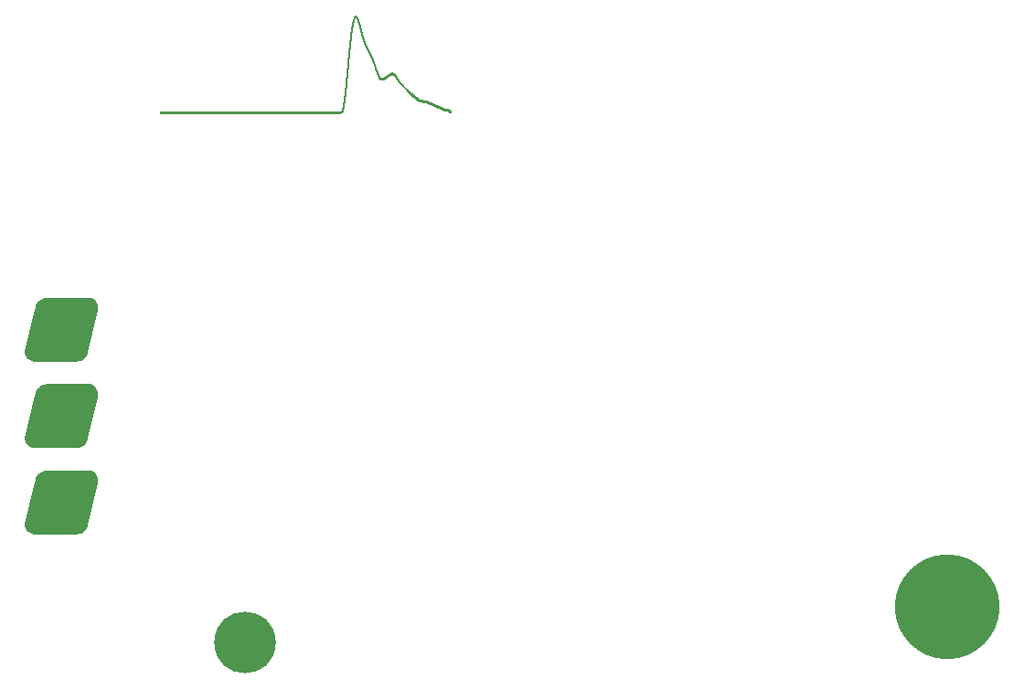
<source format=gbr>
G04 EAGLE Gerber RS-274X export*
G75*
%MOMM*%
%FSLAX34Y34*%
%LPD*%
%INSoldermask Top*%
%IPPOS*%
%AMOC8*
5,1,8,0,0,1.08239X$1,22.5*%
G01*
%ADD10C,9.703200*%
%ADD11C,5.703200*%
%ADD12R,16.784319X0.005081*%
%ADD13R,16.824956X0.005075*%
%ADD14R,16.840200X0.005081*%
%ADD15R,16.850356X0.005081*%
%ADD16R,16.855438X0.005075*%
%ADD17R,16.865600X0.005081*%
%ADD18R,0.010156X0.005081*%
%ADD19R,16.870681X0.005075*%
%ADD20R,0.020319X0.005075*%
%ADD21R,16.875756X0.005081*%
%ADD22R,0.030481X0.005081*%
%ADD23R,16.880838X0.005081*%
%ADD24R,0.045719X0.005081*%
%ADD25R,16.885919X0.005075*%
%ADD26R,0.055875X0.005075*%
%ADD27R,16.891000X0.005081*%
%ADD28R,0.066037X0.005081*%
%ADD29R,16.896081X0.005075*%
%ADD30R,0.076200X0.005075*%
%ADD31R,16.901156X0.005081*%
%ADD32R,0.091438X0.005081*%
%ADD33R,0.096519X0.005081*%
%ADD34R,16.906237X0.005075*%
%ADD35R,0.111756X0.005075*%
%ADD36R,16.911319X0.005081*%
%ADD37R,0.127000X0.005081*%
%ADD38R,16.916400X0.005075*%
%ADD39R,0.137162X0.005075*%
%ADD40R,16.916400X0.005081*%
%ADD41R,0.142238X0.005081*%
%ADD42R,16.921481X0.005081*%
%ADD43R,0.157475X0.005081*%
%ADD44R,16.926556X0.005075*%
%ADD45R,0.172719X0.005075*%
%ADD46R,0.269238X0.005081*%
%ADD47R,0.177800X0.005081*%
%ADD48R,0.274319X0.005075*%
%ADD49R,0.193038X0.005075*%
%ADD50R,0.203200X0.005081*%
%ADD51R,0.274319X0.005081*%
%ADD52R,0.213356X0.005081*%
%ADD53R,0.223519X0.005075*%
%ADD54R,0.238763X0.005081*%
%ADD55R,0.269238X0.005075*%
%ADD56R,0.248919X0.005075*%
%ADD57R,0.259081X0.005081*%
%ADD58R,0.259075X0.005081*%
%ADD59R,0.254000X0.005081*%
%ADD60R,0.243838X0.005075*%
%ADD61R,0.284481X0.005075*%
%ADD62R,0.238756X0.005081*%
%ADD63R,0.294637X0.005081*%
%ADD64R,0.228600X0.005075*%
%ADD65R,0.304800X0.005075*%
%ADD66R,0.223519X0.005081*%
%ADD67R,0.314956X0.005081*%
%ADD68R,0.213363X0.005081*%
%ADD69R,0.314963X0.005081*%
%ADD70R,0.213356X0.005075*%
%ADD71R,0.320038X0.005075*%
%ADD72R,0.208275X0.005081*%
%ADD73R,0.325119X0.005081*%
%ADD74R,0.208281X0.005075*%
%ADD75R,0.340356X0.005075*%
%ADD76R,0.198119X0.005081*%
%ADD77R,0.350519X0.005081*%
%ADD78R,0.365756X0.005081*%
%ADD79R,0.386075X0.005075*%
%ADD80R,0.187956X0.005081*%
%ADD81R,0.406400X0.005081*%
%ADD82R,0.187956X0.005075*%
%ADD83R,0.005081X0.005075*%
%ADD84R,0.436875X0.005075*%
%ADD85R,0.553719X0.005081*%
%ADD86R,0.187963X0.005081*%
%ADD87R,0.579119X0.005081*%
%ADD88R,0.182881X0.005075*%
%ADD89R,0.599438X0.005075*%
%ADD90R,0.614675X0.005081*%
%ADD91R,0.177800X0.005075*%
%ADD92R,0.629919X0.005075*%
%ADD93R,0.640081X0.005081*%
%ADD94R,0.172719X0.005081*%
%ADD95R,0.655319X0.005081*%
%ADD96R,0.665481X0.005075*%
%ADD97R,0.675638X0.005081*%
%ADD98R,0.685800X0.005075*%
%ADD99R,0.701037X0.005081*%
%ADD100R,0.167637X0.005081*%
%ADD101R,0.706119X0.005081*%
%ADD102R,0.162556X0.005075*%
%ADD103R,0.711200X0.005075*%
%ADD104R,0.716281X0.005081*%
%ADD105R,0.716281X0.005075*%
%ADD106R,0.162556X0.005081*%
%ADD107R,0.711200X0.005081*%
%ADD108R,0.162562X0.005081*%
%ADD109R,0.695956X0.005081*%
%ADD110R,0.162562X0.005075*%
%ADD111R,0.690881X0.005075*%
%ADD112R,0.157481X0.005081*%
%ADD113R,0.680719X0.005081*%
%ADD114R,0.675638X0.005075*%
%ADD115R,0.670556X0.005081*%
%ADD116R,0.665475X0.005081*%
%ADD117R,0.157475X0.005075*%
%ADD118R,0.670556X0.005075*%
%ADD119R,0.157481X0.005075*%
%ADD120R,0.670563X0.005075*%
%ADD121R,0.152400X0.005081*%
%ADD122R,0.152400X0.005075*%
%ADD123R,0.147319X0.005081*%
%ADD124R,0.660400X0.005081*%
%ADD125R,0.147319X0.005075*%
%ADD126R,0.655319X0.005075*%
%ADD127R,0.650238X0.005081*%
%ADD128R,0.640075X0.005075*%
%ADD129R,0.629919X0.005081*%
%ADD130R,0.614681X0.005081*%
%ADD131R,0.594356X0.005075*%
%ADD132R,0.528319X0.005081*%
%ADD133R,0.508000X0.005075*%
%ADD134R,0.497838X0.005081*%
%ADD135R,0.487675X0.005081*%
%ADD136R,0.482600X0.005075*%
%ADD137R,0.472438X0.005081*%
%ADD138R,0.467356X0.005075*%
%ADD139R,0.467356X0.005081*%
%ADD140R,0.462275X0.005081*%
%ADD141R,0.142238X0.005075*%
%ADD142R,0.457200X0.005075*%
%ADD143R,0.457200X0.005081*%
%ADD144R,0.452119X0.005075*%
%ADD145R,0.452119X0.005081*%
%ADD146R,0.447038X0.005081*%
%ADD147R,0.447038X0.005075*%
%ADD148R,0.441956X0.005081*%
%ADD149R,0.441956X0.005075*%
%ADD150R,0.441963X0.005075*%
%ADD151R,0.436881X0.005081*%
%ADD152R,0.436881X0.005075*%
%ADD153R,0.436875X0.005081*%
%ADD154R,0.137156X0.005075*%
%ADD155R,0.462275X0.005075*%
%ADD156R,0.137156X0.005081*%
%ADD157R,0.472438X0.005075*%
%ADD158R,0.477519X0.005075*%
%ADD159R,0.482600X0.005081*%
%ADD160R,0.487681X0.005081*%
%ADD161R,0.492756X0.005075*%
%ADD162R,0.502919X0.005075*%
%ADD163R,0.508000X0.005081*%
%ADD164R,0.513075X0.005081*%
%ADD165R,0.518162X0.005075*%
%ADD166R,0.523238X0.005081*%
%ADD167R,0.533400X0.005075*%
%ADD168R,0.533400X0.005081*%
%ADD169R,0.543556X0.005081*%
%ADD170R,0.553719X0.005075*%
%ADD171R,0.558800X0.005081*%
%ADD172R,0.574037X0.005075*%
%ADD173R,0.584200X0.005081*%
%ADD174R,0.594356X0.005081*%
%ADD175R,0.604519X0.005075*%
%ADD176R,0.680719X0.005075*%
%ADD177R,0.690881X0.005081*%
%ADD178R,0.726438X0.005081*%
%ADD179R,0.736600X0.005081*%
%ADD180R,0.751838X0.005075*%
%ADD181R,0.762000X0.005081*%
%ADD182R,0.772156X0.005075*%
%ADD183R,0.777238X0.005081*%
%ADD184R,0.782319X0.005081*%
%ADD185R,0.787400X0.005075*%
%ADD186R,0.787400X0.005081*%
%ADD187R,0.777238X0.005075*%
%ADD188R,0.772156X0.005081*%
%ADD189R,0.767081X0.005075*%
%ADD190R,0.756919X0.005081*%
%ADD191R,0.746756X0.005081*%
%ADD192R,0.726438X0.005075*%
%ADD193R,0.716275X0.005081*%
%ADD194R,0.701037X0.005075*%
%ADD195R,0.665475X0.005075*%
%ADD196R,0.635000X0.005075*%
%ADD197R,0.619756X0.005081*%
%ADD198R,0.599438X0.005081*%
%ADD199R,0.584200X0.005075*%
%ADD200R,0.543556X0.005075*%
%ADD201R,0.502919X0.005081*%
%ADD202R,0.462281X0.005081*%
%ADD203R,0.421637X0.005081*%
%ADD204R,0.411481X0.005081*%
%ADD205R,0.396238X0.005075*%
%ADD206R,0.381000X0.005081*%
%ADD207R,0.370838X0.005075*%
%ADD208R,0.360681X0.005081*%
%ADD209R,0.350519X0.005075*%
%ADD210R,0.340356X0.005081*%
%ADD211R,0.335281X0.005075*%
%ADD212R,0.330200X0.005081*%
%ADD213R,0.314956X0.005075*%
%ADD214R,0.309875X0.005081*%
%ADD215R,0.304800X0.005081*%
%ADD216R,0.299719X0.005081*%
%ADD217R,0.294637X0.005075*%
%ADD218R,0.289563X0.005081*%
%ADD219R,0.289556X0.005075*%
%ADD220R,0.289556X0.005081*%
%ADD221R,0.284475X0.005081*%
%ADD222R,0.284481X0.005081*%
%ADD223R,0.279400X0.005075*%
%ADD224R,0.279400X0.005081*%
%ADD225R,0.284475X0.005075*%
%ADD226R,0.264156X0.005075*%
%ADD227R,0.264156X0.005081*%
%ADD228R,0.264163X0.005075*%
%ADD229R,0.264163X0.005081*%
%ADD230R,0.259081X0.005075*%
%ADD231R,0.259075X0.005075*%
%ADD232R,0.254000X0.005075*%
%ADD233R,0.248919X0.005081*%
%ADD234R,0.243838X0.005081*%
%ADD235R,0.238756X0.005075*%
%ADD236R,0.233681X0.005081*%
%ADD237R,0.233675X0.005081*%
%ADD238R,0.233681X0.005075*%
%ADD239R,0.233675X0.005075*%
%ADD240R,0.228600X0.005081*%
%ADD241R,0.218438X0.005075*%
%ADD242R,0.218438X0.005081*%
%ADD243R,0.208281X0.005081*%
%ADD244R,0.213363X0.005075*%
%ADD245R,0.208275X0.005075*%
%ADD246R,0.203200X0.005075*%
%ADD247R,0.198119X0.005075*%
%ADD248R,0.193038X0.005081*%
%ADD249R,0.132075X0.005075*%
%ADD250R,0.182881X0.005081*%
%ADD251R,0.386075X0.005081*%
%ADD252R,0.406400X0.005075*%
%ADD253R,0.426719X0.005081*%
%ADD254R,0.441963X0.005081*%
%ADD255R,0.487675X0.005075*%
%ADD256R,0.518162X0.005081*%
%ADD257R,0.558800X0.005075*%
%ADD258R,0.568956X0.005081*%
%ADD259R,0.604519X0.005081*%
%ADD260R,0.619756X0.005075*%
%ADD261R,0.635000X0.005081*%
%ADD262R,0.645156X0.005081*%
%ADD263R,0.665481X0.005081*%
%ADD264R,0.685800X0.005081*%
%ADD265R,0.721356X0.005081*%
%ADD266R,0.731519X0.005075*%
%ADD267R,0.431800X0.005081*%
%ADD268R,0.401319X0.005075*%
%ADD269R,0.386081X0.005081*%
%ADD270R,0.375919X0.005075*%
%ADD271R,0.370838X0.005081*%
%ADD272R,0.355600X0.005075*%
%ADD273R,0.345438X0.005075*%
%ADD274R,0.330200X0.005075*%
%ADD275R,0.320038X0.005081*%
%ADD276R,0.325119X0.005075*%
%ADD277R,0.309881X0.005081*%
%ADD278R,0.309881X0.005075*%
%ADD279R,0.182875X0.005075*%
%ADD280R,0.309875X0.005075*%
%ADD281R,0.299719X0.005075*%
%ADD282R,0.167637X0.005075*%
%ADD283R,0.335281X0.005081*%
%ADD284R,0.340363X0.005081*%
%ADD285R,0.690875X0.005075*%
%ADD286R,0.609600X0.005081*%
%ADD287R,0.594363X0.005075*%
%ADD288R,0.568956X0.005075*%
%ADD289R,0.518156X0.005081*%
%ADD290R,0.477519X0.005081*%
%ADD291R,0.462281X0.005075*%
%ADD292R,0.431800X0.005075*%
%ADD293R,0.416563X0.005081*%
%ADD294R,0.401319X0.005081*%
%ADD295R,0.381000X0.005075*%
%ADD296R,0.086363X0.005081*%
%ADD297R,0.137162X0.005081*%
%ADD298R,0.182875X0.005081*%
%ADD299R,0.187963X0.005075*%
%ADD300R,0.391156X0.005081*%
%ADD301R,0.375919X0.005081*%
%ADD302R,0.360675X0.005081*%
%ADD303R,0.345438X0.005081*%
%ADD304R,0.335275X0.005081*%
%ADD305R,0.132081X0.005075*%
%ADD306R,0.106681X0.005081*%
%ADD307R,0.081281X0.005075*%

G36*
X164217Y370445D02*
X164217Y370445D01*
X164319Y370447D01*
X166060Y370684D01*
X166090Y370694D01*
X166189Y370714D01*
X167862Y371250D01*
X167890Y371264D01*
X167985Y371301D01*
X169540Y372120D01*
X169565Y372138D01*
X169651Y372191D01*
X171040Y373267D01*
X171062Y373290D01*
X171138Y373358D01*
X172319Y374658D01*
X172336Y374685D01*
X172399Y374764D01*
X173336Y376250D01*
X173349Y376279D01*
X173397Y376368D01*
X174062Y377995D01*
X174069Y378025D01*
X174101Y378121D01*
X174473Y379833D01*
X183197Y417270D01*
X183656Y418893D01*
X183659Y418917D01*
X183683Y419040D01*
X183818Y420739D01*
X183816Y420763D01*
X183815Y420888D01*
X183616Y422581D01*
X183609Y422604D01*
X183584Y422727D01*
X183058Y424349D01*
X183047Y424370D01*
X182999Y424485D01*
X182167Y425973D01*
X182152Y425992D01*
X182081Y426096D01*
X180975Y427393D01*
X180957Y427408D01*
X180868Y427496D01*
X179530Y428553D01*
X179509Y428564D01*
X179404Y428633D01*
X177886Y429408D01*
X177795Y429437D01*
X177707Y429473D01*
X177672Y429477D01*
X177652Y429483D01*
X177619Y429483D01*
X177540Y429491D01*
X136270Y429491D01*
X136246Y429487D01*
X136204Y429488D01*
X134467Y429336D01*
X134437Y429329D01*
X134337Y429313D01*
X132653Y428862D01*
X132624Y428849D01*
X132528Y428817D01*
X130948Y428080D01*
X130922Y428063D01*
X130833Y428014D01*
X129406Y427014D01*
X129383Y426992D01*
X129304Y426929D01*
X128071Y425696D01*
X128053Y425671D01*
X127986Y425595D01*
X126986Y424167D01*
X126983Y424159D01*
X126979Y424156D01*
X126966Y424128D01*
X126920Y424052D01*
X126183Y422472D01*
X126175Y422442D01*
X126138Y422347D01*
X125687Y420663D01*
X125684Y420632D01*
X125664Y420533D01*
X125517Y418859D01*
X115533Y380190D01*
X115526Y380115D01*
X115510Y380042D01*
X115514Y379976D01*
X115511Y379945D01*
X115517Y379921D01*
X115519Y379874D01*
X115823Y378060D01*
X115831Y378037D01*
X115862Y377915D01*
X116514Y376195D01*
X116526Y376174D01*
X116580Y376061D01*
X117556Y374501D01*
X117571Y374483D01*
X117647Y374382D01*
X118908Y373042D01*
X118927Y373028D01*
X119020Y372944D01*
X120518Y371876D01*
X120540Y371865D01*
X120647Y371801D01*
X122325Y371046D01*
X122348Y371040D01*
X122467Y370998D01*
X124260Y370584D01*
X124283Y370583D01*
X124408Y370565D01*
X126247Y370509D01*
X126256Y370510D01*
X126270Y370509D01*
X162445Y370509D01*
X164186Y370441D01*
X164217Y370445D01*
G37*
G36*
X164217Y290435D02*
X164217Y290435D01*
X164319Y290437D01*
X166060Y290674D01*
X166090Y290684D01*
X166189Y290704D01*
X167862Y291240D01*
X167890Y291254D01*
X167985Y291291D01*
X169540Y292110D01*
X169565Y292128D01*
X169651Y292181D01*
X171040Y293257D01*
X171062Y293280D01*
X171138Y293348D01*
X172319Y294648D01*
X172336Y294675D01*
X172399Y294754D01*
X173336Y296240D01*
X173349Y296269D01*
X173397Y296358D01*
X174062Y297985D01*
X174069Y298015D01*
X174101Y298111D01*
X174473Y299823D01*
X183197Y337260D01*
X183656Y338883D01*
X183659Y338907D01*
X183683Y339030D01*
X183818Y340729D01*
X183816Y340753D01*
X183815Y340878D01*
X183616Y342571D01*
X183609Y342594D01*
X183584Y342717D01*
X183058Y344339D01*
X183047Y344360D01*
X182999Y344475D01*
X182167Y345963D01*
X182152Y345982D01*
X182081Y346086D01*
X180975Y347383D01*
X180957Y347398D01*
X180868Y347486D01*
X179530Y348543D01*
X179509Y348554D01*
X179404Y348623D01*
X177886Y349398D01*
X177795Y349427D01*
X177707Y349463D01*
X177672Y349467D01*
X177652Y349473D01*
X177619Y349473D01*
X177540Y349481D01*
X136270Y349481D01*
X136246Y349477D01*
X136204Y349478D01*
X134467Y349326D01*
X134437Y349319D01*
X134337Y349303D01*
X132653Y348852D01*
X132624Y348839D01*
X132528Y348807D01*
X130948Y348070D01*
X130922Y348053D01*
X130833Y348004D01*
X129406Y347004D01*
X129383Y346982D01*
X129304Y346919D01*
X128071Y345686D01*
X128053Y345661D01*
X127986Y345585D01*
X126986Y344157D01*
X126983Y344149D01*
X126979Y344146D01*
X126966Y344118D01*
X126920Y344042D01*
X126183Y342462D01*
X126175Y342432D01*
X126138Y342337D01*
X125687Y340653D01*
X125684Y340622D01*
X125664Y340523D01*
X125517Y338849D01*
X115533Y300180D01*
X115526Y300105D01*
X115510Y300032D01*
X115514Y299966D01*
X115511Y299935D01*
X115517Y299911D01*
X115519Y299864D01*
X115823Y298050D01*
X115831Y298027D01*
X115862Y297905D01*
X116514Y296185D01*
X116526Y296164D01*
X116580Y296051D01*
X117556Y294491D01*
X117571Y294473D01*
X117647Y294372D01*
X118908Y293032D01*
X118927Y293018D01*
X119020Y292934D01*
X120518Y291866D01*
X120540Y291855D01*
X120647Y291791D01*
X122325Y291036D01*
X122348Y291030D01*
X122467Y290988D01*
X124260Y290574D01*
X124283Y290573D01*
X124408Y290555D01*
X126247Y290499D01*
X126256Y290500D01*
X126270Y290499D01*
X162445Y290499D01*
X164186Y290431D01*
X164217Y290435D01*
G37*
G36*
X164217Y210425D02*
X164217Y210425D01*
X164319Y210427D01*
X166060Y210664D01*
X166090Y210674D01*
X166189Y210694D01*
X167862Y211230D01*
X167890Y211244D01*
X167985Y211281D01*
X169540Y212100D01*
X169565Y212118D01*
X169651Y212171D01*
X171040Y213247D01*
X171062Y213270D01*
X171138Y213338D01*
X172319Y214638D01*
X172336Y214665D01*
X172399Y214744D01*
X173336Y216230D01*
X173349Y216259D01*
X173397Y216348D01*
X174062Y217975D01*
X174069Y218005D01*
X174101Y218101D01*
X174473Y219813D01*
X183197Y257250D01*
X183656Y258873D01*
X183659Y258897D01*
X183683Y259020D01*
X183818Y260719D01*
X183816Y260743D01*
X183815Y260868D01*
X183616Y262561D01*
X183609Y262584D01*
X183584Y262707D01*
X183058Y264329D01*
X183047Y264350D01*
X182999Y264465D01*
X182167Y265953D01*
X182152Y265972D01*
X182081Y266076D01*
X180975Y267373D01*
X180957Y267388D01*
X180868Y267476D01*
X179530Y268533D01*
X179509Y268544D01*
X179404Y268613D01*
X177886Y269388D01*
X177795Y269417D01*
X177707Y269453D01*
X177672Y269457D01*
X177652Y269463D01*
X177619Y269463D01*
X177540Y269471D01*
X136270Y269471D01*
X136246Y269467D01*
X136204Y269468D01*
X134467Y269316D01*
X134437Y269309D01*
X134337Y269293D01*
X132653Y268842D01*
X132624Y268829D01*
X132528Y268797D01*
X130948Y268060D01*
X130922Y268043D01*
X130833Y267994D01*
X129406Y266994D01*
X129383Y266972D01*
X129304Y266909D01*
X128071Y265676D01*
X128053Y265651D01*
X127986Y265575D01*
X126986Y264147D01*
X126983Y264139D01*
X126979Y264136D01*
X126966Y264108D01*
X126920Y264032D01*
X126183Y262452D01*
X126175Y262422D01*
X126138Y262327D01*
X125687Y260643D01*
X125684Y260612D01*
X125664Y260513D01*
X125517Y258839D01*
X115533Y220170D01*
X115526Y220095D01*
X115510Y220022D01*
X115514Y219956D01*
X115511Y219925D01*
X115517Y219901D01*
X115519Y219854D01*
X115823Y218040D01*
X115831Y218017D01*
X115862Y217895D01*
X116514Y216175D01*
X116526Y216154D01*
X116580Y216041D01*
X117556Y214481D01*
X117571Y214463D01*
X117647Y214362D01*
X118908Y213022D01*
X118927Y213008D01*
X119020Y212924D01*
X120518Y211856D01*
X120540Y211845D01*
X120647Y211781D01*
X122325Y211026D01*
X122348Y211020D01*
X122467Y210978D01*
X124260Y210564D01*
X124283Y210563D01*
X124408Y210545D01*
X126247Y210489D01*
X126256Y210490D01*
X126270Y210489D01*
X162445Y210489D01*
X164186Y210421D01*
X164217Y210425D01*
G37*
D10*
X970000Y143350D03*
D11*
X320000Y110000D03*
D12*
X325072Y600000D03*
D13*
X325275Y600051D03*
D14*
X325352Y600102D03*
D15*
X325402Y600152D03*
D16*
X325428Y600203D03*
D17*
X325479Y600254D03*
D18*
X510238Y600254D03*
D19*
X325504Y600305D03*
D20*
X510238Y600305D03*
D21*
X325529Y600356D03*
D22*
X510187Y600356D03*
D23*
X325555Y600406D03*
D24*
X510162Y600406D03*
D25*
X325580Y600457D03*
D26*
X510111Y600457D03*
D27*
X325606Y600508D03*
D28*
X510111Y600508D03*
D29*
X325631Y600559D03*
D30*
X510060Y600559D03*
D31*
X325656Y600610D03*
D32*
X510035Y600610D03*
D31*
X325656Y600660D03*
D33*
X510010Y600660D03*
D34*
X325682Y600711D03*
D35*
X509984Y600711D03*
D36*
X325707Y600762D03*
D37*
X509959Y600762D03*
D38*
X325733Y600813D03*
D39*
X509908Y600813D03*
D40*
X325733Y600864D03*
D41*
X509883Y600864D03*
D42*
X325758Y600914D03*
D43*
X509857Y600914D03*
D44*
X325783Y600965D03*
D45*
X509832Y600965D03*
D46*
X409070Y601016D03*
D47*
X509806Y601016D03*
D48*
X409095Y601067D03*
D49*
X509781Y601067D03*
D46*
X409121Y601118D03*
D50*
X509730Y601118D03*
D51*
X409146Y601168D03*
D52*
X509730Y601168D03*
D48*
X409197Y601219D03*
D53*
X509679Y601219D03*
D46*
X409222Y601270D03*
D54*
X509654Y601270D03*
D55*
X409273Y601321D03*
D56*
X509603Y601321D03*
D57*
X409324Y601372D03*
D58*
X509603Y601372D03*
D59*
X409400Y601422D03*
D46*
X509552Y601422D03*
D60*
X409451Y601473D03*
D61*
X509527Y601473D03*
D62*
X409527Y601524D03*
D63*
X509476Y601524D03*
D64*
X409578Y601575D03*
D65*
X509425Y601575D03*
D66*
X409654Y601626D03*
D67*
X509375Y601626D03*
D68*
X409705Y601676D03*
D69*
X509273Y601676D03*
D70*
X409756Y601727D03*
D71*
X509197Y601727D03*
D72*
X409781Y601778D03*
D73*
X509121Y601778D03*
D74*
X409832Y601829D03*
D75*
X509044Y601829D03*
D76*
X409883Y601880D03*
D77*
X508994Y601880D03*
D76*
X409934Y601930D03*
D78*
X508917Y601930D03*
D49*
X409959Y601981D03*
D79*
X508816Y601981D03*
D80*
X409984Y602032D03*
D81*
X508714Y602032D03*
D82*
X410035Y602083D03*
D83*
X505742Y602083D03*
D84*
X508562Y602083D03*
D80*
X410035Y602134D03*
D85*
X507927Y602134D03*
D86*
X410086Y602184D03*
D87*
X507800Y602184D03*
D88*
X410111Y602235D03*
D89*
X507698Y602235D03*
D47*
X410137Y602286D03*
D90*
X507571Y602286D03*
D91*
X410188Y602337D03*
D92*
X507495Y602337D03*
D47*
X410188Y602388D03*
D93*
X507393Y602388D03*
D94*
X410213Y602438D03*
D95*
X507317Y602438D03*
D45*
X410264Y602489D03*
D96*
X507216Y602489D03*
D94*
X410264Y602540D03*
D97*
X507165Y602540D03*
D45*
X410315Y602591D03*
D98*
X507063Y602591D03*
D94*
X410315Y602642D03*
D99*
X506987Y602642D03*
D100*
X410340Y602692D03*
D101*
X506911Y602692D03*
D102*
X410365Y602743D03*
D103*
X506784Y602743D03*
D100*
X410391Y602794D03*
D104*
X506708Y602794D03*
D102*
X410416Y602845D03*
D105*
X506606Y602845D03*
D106*
X410416Y602896D03*
D107*
X506428Y602896D03*
D108*
X410467Y602946D03*
D109*
X506250Y602946D03*
D110*
X410467Y602997D03*
D111*
X506073Y602997D03*
D112*
X410492Y603048D03*
D113*
X505920Y603048D03*
D102*
X410518Y603099D03*
D114*
X505793Y603099D03*
D43*
X410543Y603150D03*
D115*
X505666Y603150D03*
D43*
X410543Y603200D03*
D116*
X505539Y603200D03*
D117*
X410543Y603251D03*
D118*
X505412Y603251D03*
D112*
X410594Y603302D03*
D115*
X505311Y603302D03*
D119*
X410594Y603353D03*
D120*
X505209Y603353D03*
D121*
X410619Y603404D03*
D115*
X505107Y603404D03*
D121*
X410619Y603454D03*
D115*
X505006Y603454D03*
D122*
X410619Y603505D03*
D114*
X504879Y603505D03*
D121*
X410670Y603556D03*
D115*
X504752Y603556D03*
D122*
X410670Y603607D03*
D118*
X504650Y603607D03*
D121*
X410670Y603658D03*
D116*
X504523Y603658D03*
D123*
X410696Y603708D03*
D124*
X504396Y603708D03*
D125*
X410696Y603759D03*
D126*
X504269Y603759D03*
D121*
X410721Y603810D03*
D127*
X504142Y603810D03*
D122*
X410721Y603861D03*
D128*
X503990Y603861D03*
D123*
X410746Y603912D03*
D129*
X503837Y603912D03*
D123*
X410746Y603962D03*
D130*
X503660Y603962D03*
D125*
X410746Y604013D03*
D131*
X503456Y604013D03*
D121*
X410772Y604064D03*
D132*
X502974Y604064D03*
D125*
X410797Y604115D03*
D133*
X502771Y604115D03*
D123*
X410797Y604166D03*
D134*
X502618Y604166D03*
D123*
X410797Y604216D03*
D135*
X502466Y604216D03*
D125*
X410797Y604267D03*
D136*
X502339Y604267D03*
D123*
X410848Y604318D03*
D137*
X502186Y604318D03*
D125*
X410848Y604369D03*
D138*
X502059Y604369D03*
D123*
X410848Y604420D03*
D139*
X501958Y604420D03*
D123*
X410848Y604470D03*
D140*
X501831Y604470D03*
D141*
X410873Y604521D03*
D142*
X501704Y604521D03*
D123*
X410899Y604572D03*
D143*
X501602Y604572D03*
D125*
X410899Y604623D03*
D144*
X501475Y604623D03*
D123*
X410899Y604674D03*
D143*
X501348Y604674D03*
D123*
X410899Y604724D03*
D145*
X501221Y604724D03*
D141*
X410924Y604775D03*
D144*
X501120Y604775D03*
D123*
X410950Y604826D03*
D146*
X500993Y604826D03*
D125*
X410950Y604877D03*
D147*
X500891Y604877D03*
D123*
X410950Y604928D03*
D146*
X500789Y604928D03*
D41*
X410975Y604978D03*
D148*
X500662Y604978D03*
D141*
X410975Y605029D03*
D149*
X500561Y605029D03*
D41*
X410975Y605080D03*
D148*
X500459Y605080D03*
D125*
X411000Y605131D03*
D149*
X500307Y605131D03*
D123*
X411000Y605182D03*
D148*
X500205Y605182D03*
D41*
X411026Y605232D03*
D148*
X500104Y605232D03*
D141*
X411026Y605283D03*
D150*
X500002Y605283D03*
D41*
X411026Y605334D03*
D151*
X499875Y605334D03*
D125*
X411051Y605385D03*
D152*
X499773Y605385D03*
D123*
X411051Y605436D03*
D148*
X499646Y605436D03*
D41*
X411077Y605486D03*
D148*
X499545Y605486D03*
D141*
X411077Y605537D03*
D149*
X499443Y605537D03*
D41*
X411077Y605588D03*
D153*
X499316Y605588D03*
D141*
X411077Y605639D03*
D149*
X499189Y605639D03*
D123*
X411102Y605690D03*
D146*
X499062Y605690D03*
D41*
X411127Y605740D03*
D146*
X498961Y605740D03*
D141*
X411127Y605791D03*
D147*
X498859Y605791D03*
D41*
X411127Y605842D03*
D145*
X498732Y605842D03*
D141*
X411127Y605893D03*
D147*
X498605Y605893D03*
D123*
X411153Y605944D03*
D146*
X498503Y605944D03*
D123*
X411153Y605994D03*
D146*
X498402Y605994D03*
D141*
X411178Y606045D03*
D144*
X498275Y606045D03*
D41*
X411178Y606096D03*
D145*
X498173Y606096D03*
D141*
X411178Y606147D03*
D144*
X498072Y606147D03*
D41*
X411178Y606198D03*
D146*
X497945Y606198D03*
D41*
X411178Y606248D03*
D146*
X497843Y606248D03*
D141*
X411229Y606299D03*
D144*
X497716Y606299D03*
D41*
X411229Y606350D03*
D145*
X497614Y606350D03*
D141*
X411229Y606401D03*
D144*
X497513Y606401D03*
D41*
X411229Y606452D03*
D145*
X497411Y606452D03*
D41*
X411229Y606502D03*
D145*
X497310Y606502D03*
D141*
X411229Y606553D03*
D147*
X497183Y606553D03*
D41*
X411280Y606604D03*
D145*
X497056Y606604D03*
D141*
X411280Y606655D03*
D144*
X496954Y606655D03*
D41*
X411280Y606706D03*
D145*
X496852Y606706D03*
D41*
X411280Y606756D03*
D145*
X496751Y606756D03*
D141*
X411280Y606807D03*
D144*
X496649Y606807D03*
D41*
X411280Y606858D03*
D145*
X496548Y606858D03*
D141*
X411331Y606909D03*
D144*
X496446Y606909D03*
D41*
X411331Y606960D03*
D145*
X496294Y606960D03*
D41*
X411331Y607010D03*
D145*
X496192Y607010D03*
D141*
X411331Y607061D03*
D144*
X496090Y607061D03*
D41*
X411331Y607112D03*
D145*
X495989Y607112D03*
D141*
X411331Y607163D03*
D144*
X495887Y607163D03*
D41*
X411381Y607214D03*
D145*
X495786Y607214D03*
D41*
X411381Y607264D03*
D145*
X495684Y607264D03*
D141*
X411381Y607315D03*
D144*
X495532Y607315D03*
D41*
X411381Y607366D03*
D145*
X495430Y607366D03*
D141*
X411381Y607417D03*
D144*
X495328Y607417D03*
D41*
X411381Y607468D03*
D145*
X495227Y607468D03*
D41*
X411432Y607518D03*
D145*
X495125Y607518D03*
D141*
X411432Y607569D03*
D144*
X495024Y607569D03*
D41*
X411432Y607620D03*
D145*
X494871Y607620D03*
D141*
X411432Y607671D03*
D144*
X494770Y607671D03*
D41*
X411432Y607722D03*
D145*
X494668Y607722D03*
D41*
X411432Y607772D03*
D145*
X494566Y607772D03*
D154*
X411458Y607823D03*
D144*
X494465Y607823D03*
D41*
X411483Y607874D03*
D145*
X494363Y607874D03*
D141*
X411483Y607925D03*
D144*
X494211Y607925D03*
D41*
X411483Y607976D03*
D145*
X494109Y607976D03*
D41*
X411483Y608026D03*
D145*
X494008Y608026D03*
D141*
X411483Y608077D03*
D142*
X493881Y608077D03*
D41*
X411483Y608128D03*
D143*
X493779Y608128D03*
D141*
X411534Y608179D03*
D142*
X493677Y608179D03*
D41*
X411534Y608230D03*
D143*
X493525Y608230D03*
D41*
X411534Y608280D03*
D143*
X493423Y608280D03*
D141*
X411534Y608331D03*
D142*
X493322Y608331D03*
D41*
X411534Y608382D03*
D140*
X493195Y608382D03*
D141*
X411534Y608433D03*
D155*
X493093Y608433D03*
D156*
X411559Y608484D03*
D140*
X492941Y608484D03*
D41*
X411585Y608534D03*
D140*
X492839Y608534D03*
D141*
X411585Y608585D03*
D138*
X492712Y608585D03*
D41*
X411585Y608636D03*
D139*
X492611Y608636D03*
D141*
X411585Y608687D03*
D157*
X492484Y608687D03*
D41*
X411585Y608738D03*
D137*
X492331Y608738D03*
D41*
X411585Y608788D03*
D137*
X492230Y608788D03*
D39*
X411610Y608839D03*
D158*
X492103Y608839D03*
D41*
X411635Y608890D03*
D159*
X491976Y608890D03*
D141*
X411635Y608941D03*
D136*
X491823Y608941D03*
D41*
X411635Y608992D03*
D135*
X491696Y608992D03*
D41*
X411635Y609042D03*
D160*
X491595Y609042D03*
D141*
X411635Y609093D03*
D161*
X491468Y609093D03*
D156*
X411661Y609144D03*
D134*
X491290Y609144D03*
D141*
X411686Y609195D03*
D162*
X491163Y609195D03*
D41*
X411686Y609246D03*
D163*
X491036Y609246D03*
D41*
X411686Y609296D03*
D164*
X490909Y609296D03*
D141*
X411686Y609347D03*
D165*
X490731Y609347D03*
D41*
X411686Y609398D03*
D166*
X490604Y609398D03*
D141*
X411686Y609449D03*
D167*
X490452Y609449D03*
D156*
X411712Y609500D03*
D168*
X490299Y609500D03*
D41*
X411737Y609550D03*
D169*
X490147Y609550D03*
D141*
X411737Y609601D03*
D170*
X489994Y609601D03*
D41*
X411737Y609652D03*
D171*
X489817Y609652D03*
D141*
X411737Y609703D03*
D172*
X489639Y609703D03*
D41*
X411737Y609754D03*
D173*
X489486Y609754D03*
D41*
X411737Y609804D03*
D174*
X489283Y609804D03*
D154*
X411762Y609855D03*
D175*
X489131Y609855D03*
D156*
X411762Y609906D03*
D130*
X488928Y609906D03*
D141*
X411788Y609957D03*
D92*
X488750Y609957D03*
D41*
X411788Y610008D03*
D127*
X488547Y610008D03*
D41*
X411788Y610058D03*
D124*
X488343Y610058D03*
D141*
X411788Y610109D03*
D176*
X488140Y610109D03*
D41*
X411788Y610160D03*
D177*
X487937Y610160D03*
D141*
X411788Y610211D03*
D103*
X487734Y610211D03*
D156*
X411813Y610262D03*
D178*
X487505Y610262D03*
D41*
X411839Y610312D03*
D179*
X487302Y610312D03*
D141*
X411839Y610363D03*
D180*
X487124Y610363D03*
D41*
X411839Y610414D03*
D181*
X486921Y610414D03*
D141*
X411839Y610465D03*
D182*
X486769Y610465D03*
D41*
X411839Y610516D03*
D183*
X486591Y610516D03*
D41*
X411839Y610566D03*
D184*
X486413Y610566D03*
D39*
X411864Y610617D03*
D185*
X486286Y610617D03*
D41*
X411889Y610668D03*
D186*
X486134Y610668D03*
D141*
X411889Y610719D03*
D185*
X485981Y610719D03*
D41*
X411889Y610770D03*
D186*
X485829Y610770D03*
D41*
X411889Y610820D03*
D186*
X485676Y610820D03*
D141*
X411889Y610871D03*
D185*
X485524Y610871D03*
D41*
X411889Y610922D03*
D184*
X485397Y610922D03*
D154*
X411915Y610973D03*
D187*
X485270Y610973D03*
D41*
X411940Y611024D03*
D183*
X485118Y611024D03*
D41*
X411940Y611074D03*
D188*
X484991Y611074D03*
D141*
X411940Y611125D03*
D189*
X484864Y611125D03*
D41*
X411940Y611176D03*
D190*
X484711Y611176D03*
D141*
X411940Y611227D03*
D180*
X484584Y611227D03*
D41*
X411940Y611278D03*
D191*
X484457Y611278D03*
D156*
X411966Y611328D03*
D179*
X484305Y611328D03*
D154*
X411966Y611379D03*
D192*
X484152Y611379D03*
D41*
X411991Y611430D03*
D193*
X484051Y611430D03*
D141*
X411991Y611481D03*
D194*
X483873Y611481D03*
D41*
X411991Y611532D03*
D177*
X483721Y611532D03*
D41*
X411991Y611582D03*
D113*
X483568Y611582D03*
D141*
X411991Y611633D03*
D195*
X483441Y611633D03*
D41*
X411991Y611684D03*
D127*
X483263Y611684D03*
D154*
X412016Y611735D03*
D196*
X483136Y611735D03*
D41*
X412042Y611786D03*
D197*
X482959Y611786D03*
D41*
X412042Y611836D03*
D198*
X482806Y611836D03*
D141*
X412042Y611887D03*
D199*
X482628Y611887D03*
D41*
X412042Y611938D03*
D171*
X482451Y611938D03*
D141*
X412042Y611989D03*
D200*
X482273Y611989D03*
D41*
X412042Y612040D03*
D166*
X482120Y612040D03*
D41*
X412042Y612090D03*
D201*
X481917Y612090D03*
D154*
X412067Y612141D03*
D158*
X481739Y612141D03*
D41*
X412093Y612192D03*
D202*
X481562Y612192D03*
D141*
X412093Y612243D03*
D149*
X481409Y612243D03*
D41*
X412093Y612294D03*
D203*
X481257Y612294D03*
D41*
X412093Y612344D03*
D204*
X481104Y612344D03*
D141*
X412093Y612395D03*
D205*
X480977Y612395D03*
D41*
X412093Y612446D03*
D206*
X480850Y612446D03*
D141*
X412093Y612497D03*
D207*
X480698Y612497D03*
D41*
X412143Y612548D03*
D208*
X480596Y612548D03*
D41*
X412143Y612598D03*
D77*
X480495Y612598D03*
D141*
X412143Y612649D03*
D209*
X480393Y612649D03*
D41*
X412143Y612700D03*
D210*
X480292Y612700D03*
D141*
X412143Y612751D03*
D211*
X480215Y612751D03*
D41*
X412143Y612802D03*
D212*
X480088Y612802D03*
D41*
X412143Y612852D03*
D73*
X480012Y612852D03*
D154*
X412169Y612903D03*
D71*
X479936Y612903D03*
D41*
X412194Y612954D03*
D67*
X479860Y612954D03*
D141*
X412194Y613005D03*
D213*
X479758Y613005D03*
D41*
X412194Y613056D03*
D67*
X479707Y613056D03*
D41*
X412194Y613106D03*
D214*
X479631Y613106D03*
D141*
X412194Y613157D03*
D65*
X479555Y613157D03*
D41*
X412194Y613208D03*
D215*
X479453Y613208D03*
D141*
X412194Y613259D03*
D65*
X479403Y613259D03*
D156*
X412220Y613310D03*
D216*
X479326Y613310D03*
D41*
X412245Y613360D03*
D216*
X479276Y613360D03*
D141*
X412245Y613411D03*
D217*
X479199Y613411D03*
D41*
X412245Y613462D03*
D216*
X479123Y613462D03*
D141*
X412245Y613513D03*
D217*
X479047Y613513D03*
D41*
X412245Y613564D03*
D63*
X478996Y613564D03*
D41*
X412245Y613614D03*
D218*
X478920Y613614D03*
D141*
X412245Y613665D03*
D219*
X478869Y613665D03*
D156*
X412270Y613716D03*
D220*
X478768Y613716D03*
D141*
X412296Y613767D03*
D219*
X478717Y613767D03*
D41*
X412296Y613818D03*
D218*
X478666Y613818D03*
D41*
X412296Y613868D03*
D221*
X478590Y613868D03*
D141*
X412296Y613919D03*
D61*
X478539Y613919D03*
D41*
X412296Y613970D03*
D222*
X478437Y613970D03*
D141*
X412296Y614021D03*
D61*
X478387Y614021D03*
D41*
X412296Y614072D03*
D221*
X478336Y614072D03*
D156*
X412321Y614122D03*
D222*
X478285Y614122D03*
D141*
X412347Y614173D03*
D223*
X478209Y614173D03*
D41*
X412347Y614224D03*
D224*
X478158Y614224D03*
D141*
X412347Y614275D03*
D225*
X478082Y614275D03*
D41*
X412347Y614326D03*
D224*
X478006Y614326D03*
D41*
X412347Y614376D03*
D224*
X477955Y614376D03*
D141*
X412347Y614427D03*
D223*
X477904Y614427D03*
D41*
X412347Y614478D03*
D224*
X477853Y614478D03*
D141*
X412347Y614529D03*
D48*
X477777Y614529D03*
D41*
X412397Y614580D03*
D51*
X477726Y614580D03*
D41*
X412397Y614630D03*
D224*
X477650Y614630D03*
D141*
X412397Y614681D03*
D223*
X477599Y614681D03*
D41*
X412397Y614732D03*
D51*
X477523Y614732D03*
D141*
X412397Y614783D03*
D48*
X477472Y614783D03*
D41*
X412397Y614834D03*
D51*
X477421Y614834D03*
D41*
X412397Y614884D03*
D51*
X477371Y614884D03*
D141*
X412397Y614935D03*
D55*
X477294Y614935D03*
D41*
X412448Y614986D03*
D51*
X477218Y614986D03*
D141*
X412448Y615037D03*
D48*
X477167Y615037D03*
D41*
X412448Y615088D03*
D51*
X477117Y615088D03*
D41*
X412448Y615138D03*
D46*
X477040Y615138D03*
D141*
X412448Y615189D03*
D55*
X476990Y615189D03*
D41*
X412448Y615240D03*
D46*
X476939Y615240D03*
D141*
X412448Y615291D03*
D55*
X476888Y615291D03*
D41*
X412448Y615342D03*
D51*
X476812Y615342D03*
D156*
X412474Y615392D03*
D51*
X476761Y615392D03*
D141*
X412499Y615443D03*
D55*
X476685Y615443D03*
D41*
X412499Y615494D03*
D46*
X476634Y615494D03*
D141*
X412499Y615545D03*
D55*
X476583Y615545D03*
D41*
X412499Y615596D03*
D46*
X476532Y615596D03*
D41*
X412499Y615646D03*
D46*
X476482Y615646D03*
D141*
X412499Y615697D03*
D226*
X476405Y615697D03*
D41*
X412499Y615748D03*
D46*
X476329Y615748D03*
D141*
X412499Y615799D03*
D55*
X476278Y615799D03*
D41*
X412550Y615850D03*
D46*
X476228Y615850D03*
D41*
X412550Y615900D03*
D46*
X476177Y615900D03*
D141*
X412550Y615951D03*
D55*
X476126Y615951D03*
D41*
X412550Y616002D03*
D227*
X476050Y616002D03*
D141*
X412550Y616053D03*
D228*
X475999Y616053D03*
D41*
X412550Y616104D03*
D227*
X475948Y616104D03*
D41*
X412550Y616154D03*
D46*
X475872Y616154D03*
D141*
X412550Y616205D03*
D55*
X475821Y616205D03*
D41*
X412601Y616256D03*
D46*
X475770Y616256D03*
D141*
X412601Y616307D03*
D226*
X475694Y616307D03*
D41*
X412601Y616358D03*
D227*
X475643Y616358D03*
D41*
X412601Y616408D03*
D227*
X475593Y616408D03*
D141*
X412601Y616459D03*
D226*
X475542Y616459D03*
D41*
X412601Y616510D03*
D229*
X475491Y616510D03*
D141*
X412601Y616561D03*
D226*
X475440Y616561D03*
D41*
X412601Y616612D03*
D227*
X475339Y616612D03*
D41*
X412601Y616662D03*
D227*
X475288Y616662D03*
D141*
X412651Y616713D03*
D228*
X475237Y616713D03*
D41*
X412651Y616764D03*
D227*
X475186Y616764D03*
D141*
X412651Y616815D03*
D226*
X475135Y616815D03*
D41*
X412651Y616866D03*
D227*
X475085Y616866D03*
D41*
X412651Y616916D03*
D57*
X475008Y616916D03*
D141*
X412651Y616967D03*
D230*
X474958Y616967D03*
D41*
X412651Y617018D03*
D227*
X474881Y617018D03*
D141*
X412651Y617069D03*
D226*
X474831Y617069D03*
D123*
X412677Y617120D03*
D227*
X474780Y617120D03*
D41*
X412702Y617170D03*
D229*
X474729Y617170D03*
D141*
X412702Y617221D03*
D226*
X474678Y617221D03*
D41*
X412702Y617272D03*
D57*
X474602Y617272D03*
D141*
X412702Y617323D03*
D231*
X474551Y617323D03*
D41*
X412702Y617374D03*
D57*
X474500Y617374D03*
D41*
X412702Y617424D03*
D57*
X474450Y617424D03*
D141*
X412702Y617475D03*
D231*
X474399Y617475D03*
D41*
X412702Y617526D03*
D227*
X474323Y617526D03*
D141*
X412753Y617577D03*
D226*
X474272Y617577D03*
D41*
X412753Y617628D03*
D57*
X474196Y617628D03*
D41*
X412753Y617678D03*
D58*
X474145Y617678D03*
D141*
X412753Y617729D03*
D230*
X474094Y617729D03*
D41*
X412753Y617780D03*
D58*
X474043Y617780D03*
D141*
X412753Y617831D03*
D230*
X473992Y617831D03*
D41*
X412753Y617882D03*
D57*
X473942Y617882D03*
D41*
X412753Y617932D03*
D58*
X473891Y617932D03*
D141*
X412753Y617983D03*
D231*
X473789Y617983D03*
D41*
X412804Y618034D03*
D57*
X473738Y618034D03*
D141*
X412804Y618085D03*
D230*
X473688Y618085D03*
D41*
X412804Y618136D03*
D58*
X473637Y618136D03*
D41*
X412804Y618186D03*
D57*
X473586Y618186D03*
D141*
X412804Y618237D03*
D231*
X473535Y618237D03*
D41*
X412804Y618288D03*
D57*
X473484Y618288D03*
D141*
X412804Y618339D03*
D232*
X473408Y618339D03*
D41*
X412804Y618390D03*
D59*
X473357Y618390D03*
D41*
X412804Y618440D03*
D59*
X473307Y618440D03*
D141*
X412855Y618491D03*
D232*
X473256Y618491D03*
D41*
X412855Y618542D03*
D57*
X473180Y618542D03*
D141*
X412855Y618593D03*
D231*
X473129Y618593D03*
D41*
X412855Y618644D03*
D57*
X473078Y618644D03*
D41*
X412855Y618694D03*
D58*
X473027Y618694D03*
D141*
X412855Y618745D03*
D232*
X472951Y618745D03*
D41*
X412855Y618796D03*
D59*
X472900Y618796D03*
D141*
X412855Y618847D03*
D232*
X472849Y618847D03*
D41*
X412855Y618898D03*
D59*
X472799Y618898D03*
D41*
X412905Y618948D03*
D59*
X472748Y618948D03*
D141*
X412905Y618999D03*
D232*
X472697Y618999D03*
D41*
X412905Y619050D03*
D59*
X472646Y619050D03*
D141*
X412905Y619101D03*
D232*
X472545Y619101D03*
D41*
X412905Y619152D03*
D59*
X472494Y619152D03*
D41*
X412905Y619202D03*
D59*
X472443Y619202D03*
D141*
X412905Y619253D03*
D232*
X472392Y619253D03*
D41*
X412905Y619304D03*
D59*
X472341Y619304D03*
D141*
X412905Y619355D03*
D232*
X472291Y619355D03*
D41*
X412956Y619406D03*
D59*
X472240Y619406D03*
D41*
X412956Y619456D03*
D233*
X472164Y619456D03*
D141*
X412956Y619507D03*
D56*
X472113Y619507D03*
D41*
X412956Y619558D03*
D233*
X472062Y619558D03*
D141*
X412956Y619609D03*
D56*
X472011Y619609D03*
D41*
X412956Y619660D03*
D233*
X471960Y619660D03*
D41*
X412956Y619710D03*
D233*
X471910Y619710D03*
D141*
X412956Y619761D03*
D56*
X471859Y619761D03*
D123*
X412982Y619812D03*
D59*
X471783Y619812D03*
D141*
X413007Y619863D03*
D56*
X471706Y619863D03*
D41*
X413007Y619914D03*
D233*
X471656Y619914D03*
D41*
X413007Y619964D03*
D233*
X471605Y619964D03*
D141*
X413007Y620015D03*
D56*
X471554Y620015D03*
D41*
X413007Y620066D03*
D233*
X471503Y620066D03*
D141*
X413007Y620117D03*
D56*
X471452Y620117D03*
D41*
X413007Y620168D03*
D233*
X471402Y620168D03*
D41*
X413007Y620218D03*
D234*
X471325Y620218D03*
D141*
X413007Y620269D03*
D60*
X471275Y620269D03*
D123*
X413032Y620320D03*
D234*
X471224Y620320D03*
D141*
X413058Y620371D03*
D60*
X471173Y620371D03*
D41*
X413058Y620422D03*
D234*
X471122Y620422D03*
D41*
X413058Y620472D03*
D234*
X471071Y620472D03*
D141*
X413058Y620523D03*
D60*
X471021Y620523D03*
D41*
X413058Y620574D03*
D234*
X470970Y620574D03*
D141*
X413058Y620625D03*
D60*
X470868Y620625D03*
D41*
X413058Y620676D03*
D234*
X470817Y620676D03*
D41*
X413058Y620726D03*
D234*
X470767Y620726D03*
D125*
X413083Y620777D03*
D60*
X470716Y620777D03*
D41*
X413109Y620828D03*
D234*
X470665Y620828D03*
D141*
X413109Y620879D03*
D60*
X470614Y620879D03*
D41*
X413109Y620930D03*
D234*
X470563Y620930D03*
D41*
X413109Y620980D03*
D62*
X470487Y620980D03*
D141*
X413109Y621031D03*
D235*
X470436Y621031D03*
D41*
X413109Y621082D03*
D62*
X470386Y621082D03*
D141*
X413109Y621133D03*
D235*
X470335Y621133D03*
D41*
X413109Y621184D03*
D54*
X470284Y621184D03*
D123*
X413134Y621234D03*
D62*
X470233Y621234D03*
D141*
X413159Y621285D03*
D235*
X470182Y621285D03*
D41*
X413159Y621336D03*
D62*
X470132Y621336D03*
D141*
X413159Y621387D03*
D235*
X470081Y621387D03*
D41*
X413159Y621438D03*
D236*
X470005Y621438D03*
D41*
X413159Y621488D03*
D237*
X469954Y621488D03*
D141*
X413159Y621539D03*
D238*
X469903Y621539D03*
D41*
X413159Y621590D03*
D237*
X469852Y621590D03*
D141*
X413159Y621641D03*
D238*
X469801Y621641D03*
D123*
X413185Y621692D03*
D236*
X469751Y621692D03*
D123*
X413185Y621742D03*
D237*
X469700Y621742D03*
D141*
X413210Y621793D03*
D238*
X469649Y621793D03*
D41*
X413210Y621844D03*
D237*
X469598Y621844D03*
D141*
X413210Y621895D03*
D64*
X469522Y621895D03*
D41*
X413210Y621946D03*
D237*
X469446Y621946D03*
D41*
X413210Y621996D03*
D236*
X469395Y621996D03*
D141*
X413210Y622047D03*
D239*
X469344Y622047D03*
D41*
X413210Y622098D03*
D236*
X469293Y622098D03*
D141*
X413210Y622149D03*
D238*
X469243Y622149D03*
D123*
X413236Y622200D03*
D237*
X469192Y622200D03*
D41*
X413261Y622250D03*
D236*
X469141Y622250D03*
D141*
X413261Y622301D03*
D239*
X469090Y622301D03*
D41*
X413261Y622352D03*
D236*
X469039Y622352D03*
D141*
X413261Y622403D03*
D238*
X468989Y622403D03*
D41*
X413261Y622454D03*
D240*
X468912Y622454D03*
D41*
X413261Y622504D03*
D240*
X468862Y622504D03*
D141*
X413261Y622555D03*
D64*
X468811Y622555D03*
D41*
X413261Y622606D03*
D240*
X468760Y622606D03*
D125*
X413286Y622657D03*
D64*
X468709Y622657D03*
D123*
X413286Y622708D03*
D240*
X468658Y622708D03*
D41*
X413312Y622758D03*
D240*
X468608Y622758D03*
D141*
X413312Y622809D03*
D64*
X468557Y622809D03*
D41*
X413312Y622860D03*
D240*
X468506Y622860D03*
D141*
X413312Y622911D03*
D64*
X468455Y622911D03*
D41*
X413312Y622962D03*
D240*
X468404Y622962D03*
D41*
X413312Y623012D03*
D240*
X468354Y623012D03*
D141*
X413312Y623063D03*
D64*
X468303Y623063D03*
D41*
X413312Y623114D03*
D240*
X468252Y623114D03*
D125*
X413337Y623165D03*
D64*
X468201Y623165D03*
D41*
X413363Y623216D03*
D66*
X468125Y623216D03*
D41*
X413363Y623266D03*
D66*
X468074Y623266D03*
D141*
X413363Y623317D03*
D53*
X468023Y623317D03*
D41*
X413363Y623368D03*
D66*
X467973Y623368D03*
D141*
X413363Y623419D03*
D53*
X467922Y623419D03*
D41*
X413363Y623470D03*
D66*
X467871Y623470D03*
D41*
X413363Y623520D03*
D66*
X467820Y623520D03*
D141*
X413363Y623571D03*
D53*
X467769Y623571D03*
D123*
X413388Y623622D03*
D66*
X467719Y623622D03*
D125*
X413388Y623673D03*
D241*
X467693Y623673D03*
D41*
X413413Y623724D03*
D242*
X467642Y623724D03*
D41*
X413413Y623774D03*
D242*
X467592Y623774D03*
D141*
X413413Y623825D03*
D241*
X467541Y623825D03*
D41*
X413413Y623876D03*
D242*
X467490Y623876D03*
D141*
X413413Y623927D03*
D241*
X467439Y623927D03*
D41*
X413413Y623978D03*
D242*
X467388Y623978D03*
D41*
X413413Y624028D03*
D242*
X467338Y624028D03*
D141*
X413413Y624079D03*
D241*
X467287Y624079D03*
D123*
X413439Y624130D03*
D242*
X467236Y624130D03*
D125*
X413439Y624181D03*
D241*
X467185Y624181D03*
D41*
X413464Y624232D03*
D242*
X467134Y624232D03*
D41*
X413464Y624282D03*
D242*
X467084Y624282D03*
D141*
X413464Y624333D03*
D241*
X467033Y624333D03*
D41*
X413464Y624384D03*
D242*
X466982Y624384D03*
D141*
X413464Y624435D03*
D241*
X466931Y624435D03*
D41*
X413464Y624486D03*
D242*
X466880Y624486D03*
D41*
X413464Y624536D03*
D242*
X466830Y624536D03*
D141*
X413464Y624587D03*
D241*
X466779Y624587D03*
D123*
X413490Y624638D03*
D242*
X466728Y624638D03*
D125*
X413490Y624689D03*
D241*
X466677Y624689D03*
D41*
X413515Y624740D03*
D242*
X466626Y624740D03*
D41*
X413515Y624790D03*
D242*
X466576Y624790D03*
D141*
X413515Y624841D03*
D70*
X466550Y624841D03*
D41*
X413515Y624892D03*
D52*
X466499Y624892D03*
D141*
X413515Y624943D03*
D70*
X466449Y624943D03*
D41*
X413515Y624994D03*
D52*
X466398Y624994D03*
D41*
X413515Y625044D03*
D68*
X466347Y625044D03*
D125*
X413540Y625095D03*
D70*
X466296Y625095D03*
D123*
X413540Y625146D03*
D52*
X466245Y625146D03*
D141*
X413566Y625197D03*
D70*
X466195Y625197D03*
D41*
X413566Y625248D03*
D52*
X466144Y625248D03*
D41*
X413566Y625298D03*
D68*
X466093Y625298D03*
D141*
X413566Y625349D03*
D70*
X466042Y625349D03*
D41*
X413566Y625400D03*
D52*
X465991Y625400D03*
D141*
X413566Y625451D03*
D70*
X465941Y625451D03*
D41*
X413566Y625502D03*
D72*
X465915Y625502D03*
D41*
X413566Y625552D03*
D243*
X465864Y625552D03*
D125*
X413591Y625603D03*
D244*
X465839Y625603D03*
D123*
X413591Y625654D03*
D52*
X465788Y625654D03*
D141*
X413617Y625705D03*
D70*
X465737Y625705D03*
D41*
X413617Y625756D03*
D52*
X465687Y625756D03*
D41*
X413617Y625806D03*
D52*
X465636Y625806D03*
D141*
X413617Y625857D03*
D244*
X465585Y625857D03*
D41*
X413617Y625908D03*
D52*
X465534Y625908D03*
D141*
X413617Y625959D03*
D245*
X465509Y625959D03*
D41*
X413617Y626010D03*
D243*
X465458Y626010D03*
D41*
X413617Y626060D03*
D72*
X465407Y626060D03*
D125*
X413642Y626111D03*
D74*
X465356Y626111D03*
D123*
X413642Y626162D03*
D243*
X465306Y626162D03*
D141*
X413667Y626213D03*
D245*
X465255Y626213D03*
D41*
X413667Y626264D03*
D52*
X465229Y626264D03*
D41*
X413667Y626314D03*
D52*
X465179Y626314D03*
D141*
X413667Y626365D03*
D70*
X465128Y626365D03*
D41*
X413667Y626416D03*
D243*
X465102Y626416D03*
D141*
X413667Y626467D03*
D74*
X465052Y626467D03*
D41*
X413667Y626518D03*
D72*
X465001Y626518D03*
D41*
X413667Y626568D03*
D243*
X464950Y626568D03*
D125*
X413693Y626619D03*
D245*
X464899Y626619D03*
D123*
X413693Y626670D03*
D243*
X464848Y626670D03*
D141*
X413718Y626721D03*
D74*
X464798Y626721D03*
D41*
X413718Y626772D03*
D243*
X464798Y626772D03*
D41*
X413718Y626822D03*
D72*
X464747Y626822D03*
D141*
X413718Y626873D03*
D74*
X464696Y626873D03*
D41*
X413718Y626924D03*
D72*
X464645Y626924D03*
D141*
X413718Y626975D03*
D74*
X464594Y626975D03*
D41*
X413718Y627026D03*
D243*
X464544Y627026D03*
D41*
X413718Y627076D03*
D72*
X464493Y627076D03*
D125*
X413744Y627127D03*
D246*
X464467Y627127D03*
D123*
X413744Y627178D03*
D243*
X464442Y627178D03*
D141*
X413769Y627229D03*
D245*
X464391Y627229D03*
D41*
X413769Y627280D03*
D243*
X464340Y627280D03*
D41*
X413769Y627330D03*
D243*
X464290Y627330D03*
D141*
X413769Y627381D03*
D246*
X464264Y627381D03*
D41*
X413769Y627432D03*
D50*
X464213Y627432D03*
D141*
X413769Y627483D03*
D246*
X464163Y627483D03*
D41*
X413769Y627534D03*
D72*
X464137Y627534D03*
D41*
X413769Y627584D03*
D243*
X464086Y627584D03*
D125*
X413794Y627635D03*
D74*
X464036Y627635D03*
D123*
X413794Y627686D03*
D50*
X464010Y627686D03*
D141*
X413820Y627737D03*
D246*
X463959Y627737D03*
D41*
X413820Y627788D03*
D50*
X463909Y627788D03*
D41*
X413820Y627838D03*
D72*
X463883Y627838D03*
D141*
X413820Y627889D03*
D74*
X463832Y627889D03*
D41*
X413820Y627940D03*
D50*
X463807Y627940D03*
D141*
X413820Y627991D03*
D246*
X463756Y627991D03*
D41*
X413820Y628042D03*
D50*
X463705Y628042D03*
D41*
X413820Y628092D03*
D50*
X463655Y628092D03*
D125*
X413845Y628143D03*
D245*
X463629Y628143D03*
D123*
X413845Y628194D03*
D50*
X463604Y628194D03*
D125*
X413845Y628245D03*
D246*
X463553Y628245D03*
D41*
X413871Y628296D03*
D50*
X463502Y628296D03*
D41*
X413871Y628346D03*
D50*
X463451Y628346D03*
D141*
X413871Y628397D03*
D246*
X463451Y628397D03*
D41*
X413871Y628448D03*
D50*
X463401Y628448D03*
D141*
X413871Y628499D03*
D246*
X463350Y628499D03*
D41*
X413871Y628550D03*
D50*
X463299Y628550D03*
D41*
X413871Y628600D03*
D76*
X463274Y628600D03*
D141*
X413871Y628651D03*
D246*
X463248Y628651D03*
D123*
X413896Y628702D03*
D50*
X463197Y628702D03*
D125*
X413896Y628753D03*
D246*
X463147Y628753D03*
D41*
X413921Y628804D03*
D76*
X463121Y628804D03*
D41*
X413921Y628854D03*
D76*
X463070Y628854D03*
D141*
X413921Y628905D03*
D246*
X463045Y628905D03*
D41*
X413921Y628956D03*
D50*
X462994Y628956D03*
D141*
X413921Y629007D03*
D247*
X462969Y629007D03*
D41*
X413921Y629058D03*
D76*
X462918Y629058D03*
D41*
X413921Y629108D03*
D50*
X462893Y629108D03*
D141*
X413921Y629159D03*
D246*
X462842Y629159D03*
D123*
X413947Y629210D03*
D76*
X462816Y629210D03*
D125*
X413947Y629261D03*
D247*
X462766Y629261D03*
D41*
X413972Y629312D03*
D50*
X462740Y629312D03*
D41*
X413972Y629362D03*
D76*
X462715Y629362D03*
D141*
X413972Y629413D03*
D247*
X462664Y629413D03*
D41*
X413972Y629464D03*
D76*
X462613Y629464D03*
D141*
X413972Y629515D03*
D246*
X462588Y629515D03*
D41*
X413972Y629566D03*
D76*
X462562Y629566D03*
D41*
X413972Y629616D03*
D76*
X462512Y629616D03*
D141*
X413972Y629667D03*
D247*
X462461Y629667D03*
D123*
X413998Y629718D03*
D248*
X462435Y629718D03*
D125*
X413998Y629769D03*
D247*
X462410Y629769D03*
D41*
X414023Y629820D03*
D76*
X462359Y629820D03*
D41*
X414023Y629870D03*
D248*
X462334Y629870D03*
D141*
X414023Y629921D03*
D247*
X462308Y629921D03*
D41*
X414023Y629972D03*
D76*
X462258Y629972D03*
D141*
X414023Y630023D03*
D49*
X462232Y630023D03*
D41*
X414023Y630074D03*
D248*
X462181Y630074D03*
D41*
X414023Y630124D03*
D76*
X462156Y630124D03*
D141*
X414023Y630175D03*
D49*
X462131Y630175D03*
D41*
X414023Y630226D03*
D248*
X462080Y630226D03*
D125*
X414048Y630277D03*
D49*
X462029Y630277D03*
D123*
X414048Y630328D03*
D76*
X462004Y630328D03*
D41*
X414074Y630378D03*
D248*
X461978Y630378D03*
D141*
X414074Y630429D03*
D49*
X461927Y630429D03*
D41*
X414074Y630480D03*
D76*
X461902Y630480D03*
D141*
X414074Y630531D03*
D49*
X461877Y630531D03*
D41*
X414074Y630582D03*
D248*
X461826Y630582D03*
D41*
X414074Y630632D03*
D248*
X461775Y630632D03*
D141*
X414074Y630683D03*
D49*
X461775Y630683D03*
D41*
X414074Y630734D03*
D24*
X446560Y630734D03*
D248*
X461724Y630734D03*
D125*
X414099Y630785D03*
D249*
X446586Y630785D03*
D49*
X461673Y630785D03*
D123*
X414099Y630836D03*
D250*
X446637Y630836D03*
D248*
X461673Y630836D03*
D41*
X414125Y630886D03*
D66*
X446637Y630886D03*
D248*
X461623Y630886D03*
D141*
X414125Y630937D03*
D232*
X446687Y630937D03*
D49*
X461572Y630937D03*
D41*
X414125Y630988D03*
D224*
X446713Y630988D03*
D76*
X461546Y630988D03*
D141*
X414125Y631039D03*
D65*
X446738Y631039D03*
D49*
X461521Y631039D03*
D41*
X414125Y631090D03*
D212*
X446764Y631090D03*
D248*
X461470Y631090D03*
D41*
X414125Y631140D03*
D77*
X446814Y631140D03*
D248*
X461419Y631140D03*
D141*
X414125Y631191D03*
D207*
X446814Y631191D03*
D49*
X461419Y631191D03*
D41*
X414125Y631242D03*
D251*
X446840Y631242D03*
D248*
X461369Y631242D03*
D141*
X414125Y631293D03*
D252*
X446891Y631293D03*
D49*
X461318Y631293D03*
D123*
X414150Y631344D03*
D253*
X446891Y631344D03*
D76*
X461292Y631344D03*
D123*
X414150Y631394D03*
D254*
X446916Y631394D03*
D248*
X461267Y631394D03*
D141*
X414175Y631445D03*
D142*
X446941Y631445D03*
D49*
X461216Y631445D03*
D41*
X414175Y631496D03*
D137*
X446967Y631496D03*
D76*
X461191Y631496D03*
D141*
X414175Y631547D03*
D255*
X446992Y631547D03*
D49*
X461165Y631547D03*
D41*
X414175Y631598D03*
D201*
X447018Y631598D03*
D248*
X461115Y631598D03*
D41*
X414175Y631648D03*
D256*
X447043Y631648D03*
D76*
X461089Y631648D03*
D141*
X414175Y631699D03*
D167*
X447068Y631699D03*
D247*
X461038Y631699D03*
D41*
X414175Y631750D03*
D169*
X447119Y631750D03*
D248*
X461013Y631750D03*
D141*
X414175Y631801D03*
D257*
X447145Y631801D03*
D247*
X460988Y631801D03*
D123*
X414201Y631852D03*
D258*
X447145Y631852D03*
D76*
X460937Y631852D03*
D123*
X414201Y631902D03*
D173*
X447170Y631902D03*
D76*
X460886Y631902D03*
D141*
X414226Y631953D03*
D89*
X447195Y631953D03*
D247*
X460886Y631953D03*
D41*
X414226Y632004D03*
D259*
X447221Y632004D03*
D76*
X460835Y632004D03*
D141*
X414226Y632055D03*
D260*
X447246Y632055D03*
D247*
X460784Y632055D03*
D41*
X414226Y632106D03*
D261*
X447272Y632106D03*
D50*
X460759Y632106D03*
D41*
X414226Y632156D03*
D262*
X447272Y632156D03*
D76*
X460734Y632156D03*
D141*
X414226Y632207D03*
D126*
X447322Y632207D03*
D247*
X460683Y632207D03*
D41*
X414226Y632258D03*
D263*
X447322Y632258D03*
D50*
X460657Y632258D03*
D141*
X414226Y632309D03*
D176*
X447348Y632309D03*
D246*
X460607Y632309D03*
D41*
X414226Y632360D03*
D264*
X447373Y632360D03*
D76*
X460581Y632360D03*
D123*
X414252Y632410D03*
D99*
X447399Y632410D03*
D76*
X460530Y632410D03*
D125*
X414252Y632461D03*
D103*
X447399Y632461D03*
D246*
X460505Y632461D03*
D41*
X414277Y632512D03*
D265*
X447449Y632512D03*
D50*
X460454Y632512D03*
D141*
X414277Y632563D03*
D266*
X447449Y632563D03*
D246*
X460403Y632563D03*
D41*
X414277Y632614D03*
D191*
X447475Y632614D03*
D50*
X460403Y632614D03*
D41*
X414277Y632664D03*
D63*
X445214Y632664D03*
D267*
X449100Y632664D03*
D50*
X460353Y632664D03*
D141*
X414277Y632715D03*
D55*
X445036Y632715D03*
D268*
X449304Y632715D03*
D246*
X460302Y632715D03*
D41*
X414277Y632766D03*
D59*
X444960Y632766D03*
D269*
X449481Y632766D03*
D243*
X460276Y632766D03*
D141*
X414277Y632817D03*
D60*
X444859Y632817D03*
D270*
X449583Y632817D03*
D246*
X460251Y632817D03*
D41*
X414277Y632868D03*
D237*
X444808Y632868D03*
D271*
X449710Y632868D03*
D50*
X460200Y632868D03*
D41*
X414277Y632918D03*
D236*
X444757Y632918D03*
D208*
X449812Y632918D03*
D72*
X460175Y632918D03*
D125*
X414302Y632969D03*
D64*
X444681Y632969D03*
D272*
X449888Y632969D03*
D74*
X460124Y632969D03*
D41*
X414328Y633020D03*
D242*
X444630Y633020D03*
D77*
X450015Y633020D03*
D72*
X460073Y633020D03*
D141*
X414328Y633071D03*
D241*
X444579Y633071D03*
D273*
X450091Y633071D03*
D70*
X460048Y633071D03*
D41*
X414328Y633122D03*
D52*
X444554Y633122D03*
D210*
X450167Y633122D03*
D243*
X460022Y633122D03*
D41*
X414328Y633172D03*
D243*
X444478Y633172D03*
D210*
X450269Y633172D03*
D243*
X459972Y633172D03*
D141*
X414328Y633223D03*
D246*
X444452Y633223D03*
D211*
X450345Y633223D03*
D70*
X459946Y633223D03*
D41*
X414328Y633274D03*
D50*
X444401Y633274D03*
D212*
X450421Y633274D03*
D52*
X459895Y633274D03*
D141*
X414328Y633325D03*
D247*
X444376Y633325D03*
D274*
X450523Y633325D03*
D70*
X459845Y633325D03*
D41*
X414328Y633376D03*
D76*
X444325Y633376D03*
D73*
X450599Y633376D03*
D52*
X459794Y633376D03*
D41*
X414328Y633426D03*
D248*
X444300Y633426D03*
D275*
X450675Y633426D03*
D52*
X459794Y633426D03*
D125*
X414353Y633477D03*
D49*
X444249Y633477D03*
D276*
X450751Y633477D03*
D244*
X459743Y633477D03*
D123*
X414353Y633528D03*
D248*
X444249Y633528D03*
D275*
X450828Y633528D03*
D52*
X459692Y633528D03*
D141*
X414379Y633579D03*
D49*
X444198Y633579D03*
D213*
X450904Y633579D03*
D241*
X459667Y633579D03*
D41*
X414379Y633630D03*
D80*
X444173Y633630D03*
D277*
X450980Y633630D03*
D242*
X459616Y633630D03*
D41*
X414379Y633680D03*
D86*
X444122Y633680D03*
D67*
X451056Y633680D03*
D242*
X459565Y633680D03*
D141*
X414379Y633731D03*
D88*
X444097Y633731D03*
D278*
X451132Y633731D03*
D53*
X459540Y633731D03*
D41*
X414379Y633782D03*
D80*
X444071Y633782D03*
D215*
X451209Y633782D03*
D66*
X459489Y633782D03*
D141*
X414379Y633833D03*
D279*
X444046Y633833D03*
D280*
X451285Y633833D03*
D241*
X459464Y633833D03*
D41*
X414379Y633884D03*
D250*
X443995Y633884D03*
D215*
X451361Y633884D03*
D242*
X459413Y633884D03*
D41*
X414379Y633934D03*
D47*
X443970Y633934D03*
D215*
X451412Y633934D03*
D66*
X459387Y633934D03*
D141*
X414379Y633985D03*
D279*
X443944Y633985D03*
D65*
X451513Y633985D03*
D53*
X459337Y633985D03*
D123*
X414404Y634036D03*
D47*
X443919Y634036D03*
D215*
X451564Y634036D03*
D66*
X459286Y634036D03*
D141*
X414429Y634087D03*
D88*
X443893Y634087D03*
D65*
X451666Y634087D03*
D64*
X459260Y634087D03*
D41*
X414429Y634138D03*
D47*
X443868Y634138D03*
D215*
X451717Y634138D03*
D240*
X459210Y634138D03*
D41*
X414429Y634188D03*
D47*
X443817Y634188D03*
D216*
X451793Y634188D03*
D240*
X459159Y634188D03*
D141*
X414429Y634239D03*
D91*
X443817Y634239D03*
D65*
X451869Y634239D03*
D64*
X459108Y634239D03*
D41*
X414429Y634290D03*
D94*
X443792Y634290D03*
D216*
X451945Y634290D03*
D236*
X459083Y634290D03*
D141*
X414429Y634341D03*
D91*
X443766Y634341D03*
D281*
X451996Y634341D03*
D239*
X459032Y634341D03*
D41*
X414429Y634392D03*
D94*
X443741Y634392D03*
D216*
X452098Y634392D03*
D236*
X458981Y634392D03*
D41*
X414429Y634442D03*
D94*
X443690Y634442D03*
D216*
X452148Y634442D03*
D237*
X458930Y634442D03*
D141*
X414429Y634493D03*
D45*
X443690Y634493D03*
D281*
X452250Y634493D03*
D235*
X458905Y634493D03*
D41*
X414429Y634544D03*
D94*
X443639Y634544D03*
D216*
X452301Y634544D03*
D54*
X458854Y634544D03*
D125*
X414455Y634595D03*
D45*
X443639Y634595D03*
D65*
X452377Y634595D03*
D235*
X458803Y634595D03*
D41*
X414480Y634646D03*
D94*
X443589Y634646D03*
D216*
X452453Y634646D03*
D62*
X458752Y634646D03*
D41*
X414480Y634696D03*
D94*
X443589Y634696D03*
D215*
X452529Y634696D03*
D62*
X458702Y634696D03*
D141*
X414480Y634747D03*
D282*
X443563Y634747D03*
D281*
X452606Y634747D03*
D56*
X458651Y634747D03*
D41*
X414480Y634798D03*
D94*
X443538Y634798D03*
D215*
X452682Y634798D03*
D233*
X458600Y634798D03*
D141*
X414480Y634849D03*
D282*
X443512Y634849D03*
D65*
X452733Y634849D03*
D56*
X458549Y634849D03*
D41*
X414480Y634900D03*
D94*
X443487Y634900D03*
D215*
X452834Y634900D03*
D233*
X458498Y634900D03*
D41*
X414480Y634950D03*
D100*
X443462Y634950D03*
D215*
X452885Y634950D03*
D59*
X458473Y634950D03*
D141*
X414480Y635001D03*
D282*
X443462Y635001D03*
D280*
X452961Y635001D03*
D231*
X458397Y635001D03*
D41*
X414480Y635052D03*
D100*
X443411Y635052D03*
D214*
X453063Y635052D03*
D57*
X458346Y635052D03*
D141*
X414480Y635103D03*
D282*
X443411Y635103D03*
D278*
X453114Y635103D03*
D231*
X458295Y635103D03*
D123*
X414506Y635154D03*
D100*
X443360Y635154D03*
D67*
X453190Y635154D03*
D229*
X458219Y635154D03*
D41*
X414531Y635204D03*
D100*
X443360Y635204D03*
D67*
X453291Y635204D03*
D227*
X458168Y635204D03*
D141*
X414531Y635255D03*
D282*
X443309Y635255D03*
D71*
X453368Y635255D03*
D48*
X458117Y635255D03*
D41*
X414531Y635306D03*
D100*
X443309Y635306D03*
D73*
X453444Y635306D03*
D51*
X458067Y635306D03*
D141*
X414531Y635357D03*
D102*
X443284Y635357D03*
D276*
X453545Y635357D03*
D223*
X457990Y635357D03*
D41*
X414531Y635408D03*
D100*
X443258Y635408D03*
D283*
X453647Y635408D03*
D221*
X457914Y635408D03*
D41*
X414531Y635458D03*
D108*
X443233Y635458D03*
D284*
X453774Y635458D03*
D218*
X457838Y635458D03*
D141*
X414531Y635509D03*
D282*
X443208Y635509D03*
D272*
X453901Y635509D03*
D281*
X457736Y635509D03*
D41*
X414531Y635560D03*
D100*
X443208Y635560D03*
D99*
X455679Y635560D03*
D141*
X414531Y635611D03*
D102*
X443182Y635611D03*
D285*
X455730Y635611D03*
D41*
X414531Y635662D03*
D100*
X443157Y635662D03*
D113*
X455730Y635662D03*
D123*
X414556Y635712D03*
D106*
X443131Y635712D03*
D115*
X455730Y635712D03*
D141*
X414582Y635763D03*
D282*
X443106Y635763D03*
D126*
X455755Y635763D03*
D41*
X414582Y635814D03*
D106*
X443081Y635814D03*
D262*
X455755Y635814D03*
D141*
X414582Y635865D03*
D102*
X443081Y635865D03*
D196*
X455755Y635865D03*
D41*
X414582Y635916D03*
D106*
X443030Y635916D03*
D197*
X455781Y635916D03*
D41*
X414582Y635966D03*
D106*
X443030Y635966D03*
D286*
X455781Y635966D03*
D141*
X414582Y636017D03*
D102*
X443030Y636017D03*
D287*
X455806Y636017D03*
D41*
X414582Y636068D03*
D108*
X442979Y636068D03*
D173*
X455806Y636068D03*
D141*
X414582Y636119D03*
D110*
X442979Y636119D03*
D288*
X455831Y636119D03*
D41*
X414582Y636170D03*
D106*
X442928Y636170D03*
D171*
X455831Y636170D03*
D41*
X414582Y636220D03*
D106*
X442928Y636220D03*
D169*
X455857Y636220D03*
D125*
X414607Y636271D03*
D102*
X442928Y636271D03*
D167*
X455857Y636271D03*
D41*
X414633Y636322D03*
D106*
X442877Y636322D03*
D289*
X455882Y636322D03*
D141*
X414633Y636373D03*
D102*
X442877Y636373D03*
D133*
X455882Y636373D03*
D41*
X414633Y636424D03*
D106*
X442827Y636424D03*
D135*
X455882Y636424D03*
D41*
X414633Y636474D03*
D106*
X442827Y636474D03*
D290*
X455882Y636474D03*
D141*
X414633Y636525D03*
D117*
X442801Y636525D03*
D291*
X455908Y636525D03*
D41*
X414633Y636576D03*
D106*
X442776Y636576D03*
D146*
X455933Y636576D03*
D141*
X414633Y636627D03*
D102*
X442776Y636627D03*
D292*
X455908Y636627D03*
D41*
X414633Y636678D03*
D112*
X442750Y636678D03*
D293*
X455933Y636678D03*
D41*
X414633Y636728D03*
D108*
X442725Y636728D03*
D294*
X455958Y636728D03*
D141*
X414633Y636779D03*
D119*
X442700Y636779D03*
D295*
X455958Y636779D03*
D123*
X414658Y636830D03*
D106*
X442674Y636830D03*
D78*
X455984Y636830D03*
D141*
X414683Y636881D03*
D102*
X442674Y636881D03*
D273*
X455984Y636881D03*
D41*
X414683Y636932D03*
D43*
X442649Y636932D03*
D73*
X455984Y636932D03*
D41*
X414683Y636982D03*
D106*
X442623Y636982D03*
D214*
X456009Y636982D03*
D141*
X414683Y637033D03*
D102*
X442623Y637033D03*
D219*
X456009Y637033D03*
D41*
X414683Y637084D03*
D112*
X442598Y637084D03*
D227*
X456035Y637084D03*
D141*
X414683Y637135D03*
D102*
X442573Y637135D03*
D235*
X456009Y637135D03*
D41*
X414683Y637186D03*
D43*
X442547Y637186D03*
D52*
X456035Y637186D03*
D41*
X414683Y637236D03*
D43*
X442547Y637236D03*
D250*
X456035Y637236D03*
D141*
X414683Y637287D03*
D102*
X442522Y637287D03*
D125*
X456060Y637287D03*
D41*
X414683Y637338D03*
D112*
X442496Y637338D03*
D296*
X456060Y637338D03*
D125*
X414709Y637389D03*
D110*
X442471Y637389D03*
D41*
X414734Y637440D03*
D112*
X442446Y637440D03*
D41*
X414734Y637490D03*
D112*
X442446Y637490D03*
D141*
X414734Y637541D03*
D102*
X442420Y637541D03*
D41*
X414734Y637592D03*
D43*
X442395Y637592D03*
D141*
X414734Y637643D03*
D117*
X442395Y637643D03*
D41*
X414734Y637694D03*
D106*
X442369Y637694D03*
D41*
X414734Y637744D03*
D112*
X442344Y637744D03*
D141*
X414734Y637795D03*
D119*
X442344Y637795D03*
D41*
X414734Y637846D03*
D43*
X442293Y637846D03*
D141*
X414734Y637897D03*
D117*
X442293Y637897D03*
D123*
X414760Y637948D03*
D43*
X442293Y637948D03*
D41*
X414785Y637998D03*
D112*
X442242Y637998D03*
D141*
X414785Y638049D03*
D119*
X442242Y638049D03*
D41*
X414785Y638100D03*
D108*
X442217Y638100D03*
D141*
X414785Y638151D03*
D119*
X442192Y638151D03*
D41*
X414785Y638202D03*
D112*
X442192Y638202D03*
D41*
X414785Y638252D03*
D106*
X442166Y638252D03*
D141*
X414785Y638303D03*
D117*
X442141Y638303D03*
D41*
X414785Y638354D03*
D43*
X442141Y638354D03*
D141*
X414785Y638405D03*
D119*
X442090Y638405D03*
D41*
X414785Y638456D03*
D112*
X442090Y638456D03*
D123*
X414810Y638506D03*
D112*
X442090Y638506D03*
D141*
X414836Y638557D03*
D117*
X442039Y638557D03*
D41*
X414836Y638608D03*
D43*
X442039Y638608D03*
D141*
X414836Y638659D03*
D117*
X442039Y638659D03*
D41*
X414836Y638710D03*
D112*
X441988Y638710D03*
D41*
X414836Y638760D03*
D112*
X441988Y638760D03*
D141*
X414836Y638811D03*
D119*
X441988Y638811D03*
D41*
X414836Y638862D03*
D112*
X441938Y638862D03*
D141*
X414836Y638913D03*
D119*
X441938Y638913D03*
D41*
X414836Y638964D03*
D112*
X441938Y638964D03*
D41*
X414836Y639014D03*
D43*
X441887Y639014D03*
D141*
X414836Y639065D03*
D117*
X441887Y639065D03*
D41*
X414887Y639116D03*
D121*
X441861Y639116D03*
D141*
X414887Y639167D03*
D119*
X441836Y639167D03*
D41*
X414887Y639218D03*
D112*
X441836Y639218D03*
D41*
X414887Y639268D03*
D121*
X441811Y639268D03*
D141*
X414887Y639319D03*
D117*
X441785Y639319D03*
D41*
X414887Y639370D03*
D43*
X441785Y639370D03*
D141*
X414887Y639421D03*
D122*
X441760Y639421D03*
D41*
X414887Y639472D03*
D112*
X441734Y639472D03*
D41*
X414887Y639522D03*
D112*
X441734Y639522D03*
D141*
X414887Y639573D03*
D122*
X441709Y639573D03*
D41*
X414887Y639624D03*
D112*
X441684Y639624D03*
D141*
X414937Y639675D03*
D119*
X441684Y639675D03*
D41*
X414937Y639726D03*
D121*
X441658Y639726D03*
D41*
X414937Y639776D03*
D43*
X441633Y639776D03*
D141*
X414937Y639827D03*
D117*
X441633Y639827D03*
D41*
X414937Y639878D03*
D121*
X441607Y639878D03*
D141*
X414937Y639929D03*
D119*
X441582Y639929D03*
D41*
X414937Y639980D03*
D112*
X441582Y639980D03*
D41*
X414937Y640030D03*
D121*
X441557Y640030D03*
D141*
X414937Y640081D03*
D117*
X441531Y640081D03*
D41*
X414937Y640132D03*
D43*
X441531Y640132D03*
D141*
X414937Y640183D03*
D122*
X441506Y640183D03*
D41*
X414988Y640234D03*
D112*
X441480Y640234D03*
D41*
X414988Y640284D03*
D112*
X441480Y640284D03*
D141*
X414988Y640335D03*
D122*
X441455Y640335D03*
D41*
X414988Y640386D03*
D112*
X441430Y640386D03*
D141*
X414988Y640437D03*
D119*
X441430Y640437D03*
D41*
X414988Y640488D03*
D121*
X441404Y640488D03*
D41*
X414988Y640538D03*
D43*
X441379Y640538D03*
D141*
X414988Y640589D03*
D117*
X441379Y640589D03*
D41*
X414988Y640640D03*
D121*
X441353Y640640D03*
D141*
X414988Y640691D03*
D119*
X441328Y640691D03*
D41*
X414988Y640742D03*
D112*
X441328Y640742D03*
D156*
X415014Y640792D03*
D121*
X441303Y640792D03*
D141*
X415039Y640843D03*
D117*
X441277Y640843D03*
D41*
X415039Y640894D03*
D43*
X441277Y640894D03*
D141*
X415039Y640945D03*
D122*
X441252Y640945D03*
D41*
X415039Y640996D03*
D112*
X441226Y640996D03*
D41*
X415039Y641046D03*
D112*
X441226Y641046D03*
D141*
X415039Y641097D03*
D122*
X441201Y641097D03*
D41*
X415039Y641148D03*
D112*
X441176Y641148D03*
D141*
X415039Y641199D03*
D119*
X441176Y641199D03*
D41*
X415039Y641250D03*
D121*
X441150Y641250D03*
D41*
X415039Y641300D03*
D43*
X441125Y641300D03*
D141*
X415039Y641351D03*
D122*
X441099Y641351D03*
D41*
X415090Y641402D03*
D121*
X441099Y641402D03*
D141*
X415090Y641453D03*
D119*
X441074Y641453D03*
D41*
X415090Y641504D03*
D112*
X441074Y641504D03*
D41*
X415090Y641554D03*
D121*
X441049Y641554D03*
D141*
X415090Y641605D03*
D117*
X441023Y641605D03*
D41*
X415090Y641656D03*
D121*
X440998Y641656D03*
D141*
X415090Y641707D03*
D122*
X440998Y641707D03*
D41*
X415090Y641758D03*
D112*
X440972Y641758D03*
D41*
X415090Y641808D03*
D121*
X440947Y641808D03*
D141*
X415090Y641859D03*
D122*
X440947Y641859D03*
D41*
X415090Y641910D03*
D112*
X440922Y641910D03*
D154*
X415115Y641961D03*
D122*
X440896Y641961D03*
D41*
X415141Y642012D03*
D121*
X440896Y642012D03*
D41*
X415141Y642062D03*
D43*
X440871Y642062D03*
D141*
X415141Y642113D03*
D122*
X440845Y642113D03*
D41*
X415141Y642164D03*
D121*
X440845Y642164D03*
D141*
X415141Y642215D03*
D119*
X440820Y642215D03*
D41*
X415141Y642266D03*
D121*
X440795Y642266D03*
D41*
X415141Y642316D03*
D121*
X440795Y642316D03*
D141*
X415141Y642367D03*
D117*
X440769Y642367D03*
D41*
X415141Y642418D03*
D121*
X440744Y642418D03*
D141*
X415141Y642469D03*
D122*
X440744Y642469D03*
D297*
X415166Y642520D03*
D112*
X440718Y642520D03*
D41*
X415191Y642570D03*
D121*
X440693Y642570D03*
D141*
X415191Y642621D03*
D122*
X440693Y642621D03*
D41*
X415191Y642672D03*
D112*
X440668Y642672D03*
D141*
X415191Y642723D03*
D122*
X440642Y642723D03*
D41*
X415191Y642774D03*
D121*
X440642Y642774D03*
D41*
X415191Y642824D03*
D43*
X440617Y642824D03*
D141*
X415191Y642875D03*
D122*
X440591Y642875D03*
D41*
X415191Y642926D03*
D121*
X440591Y642926D03*
D141*
X415191Y642977D03*
D119*
X440566Y642977D03*
D41*
X415191Y643028D03*
D121*
X440541Y643028D03*
D156*
X415217Y643078D03*
D121*
X440541Y643078D03*
D141*
X415242Y643129D03*
D117*
X440515Y643129D03*
D41*
X415242Y643180D03*
D121*
X440490Y643180D03*
D141*
X415242Y643231D03*
D122*
X440490Y643231D03*
D41*
X415242Y643282D03*
D112*
X440464Y643282D03*
D41*
X415242Y643332D03*
D121*
X440439Y643332D03*
D141*
X415242Y643383D03*
D122*
X440439Y643383D03*
D41*
X415242Y643434D03*
D112*
X440414Y643434D03*
D141*
X415242Y643485D03*
D122*
X440388Y643485D03*
D41*
X415242Y643536D03*
D121*
X440388Y643536D03*
D41*
X415242Y643586D03*
D43*
X440363Y643586D03*
D154*
X415268Y643637D03*
D122*
X440337Y643637D03*
D156*
X415268Y643688D03*
D121*
X440337Y643688D03*
D141*
X415293Y643739D03*
D119*
X440312Y643739D03*
D41*
X415293Y643790D03*
D121*
X440287Y643790D03*
D41*
X415293Y643840D03*
D121*
X440287Y643840D03*
D141*
X415293Y643891D03*
D117*
X440261Y643891D03*
D41*
X415293Y643942D03*
D121*
X440236Y643942D03*
D141*
X415293Y643993D03*
D122*
X440236Y643993D03*
D41*
X415293Y644044D03*
D112*
X440210Y644044D03*
D41*
X415293Y644094D03*
D112*
X440210Y644094D03*
D141*
X415293Y644145D03*
D122*
X440185Y644145D03*
D156*
X415318Y644196D03*
D112*
X440160Y644196D03*
D154*
X415318Y644247D03*
D119*
X440160Y644247D03*
D41*
X415344Y644298D03*
D121*
X440134Y644298D03*
D41*
X415344Y644348D03*
D43*
X440109Y644348D03*
D141*
X415344Y644399D03*
D117*
X440109Y644399D03*
D41*
X415344Y644450D03*
D121*
X440083Y644450D03*
D141*
X415344Y644501D03*
D119*
X440058Y644501D03*
D41*
X415344Y644552D03*
D112*
X440058Y644552D03*
D41*
X415344Y644602D03*
D121*
X440033Y644602D03*
D141*
X415344Y644653D03*
D117*
X440007Y644653D03*
D41*
X415344Y644704D03*
D43*
X440007Y644704D03*
D154*
X415369Y644755D03*
D122*
X439982Y644755D03*
D156*
X415369Y644806D03*
D112*
X439956Y644806D03*
D41*
X415395Y644856D03*
D112*
X439956Y644856D03*
D141*
X415395Y644907D03*
D122*
X439931Y644907D03*
D41*
X415395Y644958D03*
D112*
X439906Y644958D03*
D141*
X415395Y645009D03*
D119*
X439906Y645009D03*
D41*
X415395Y645060D03*
D121*
X439880Y645060D03*
D41*
X415395Y645110D03*
D43*
X439855Y645110D03*
D141*
X415395Y645161D03*
D117*
X439855Y645161D03*
D41*
X415395Y645212D03*
D121*
X439829Y645212D03*
D141*
X415395Y645263D03*
D119*
X439804Y645263D03*
D41*
X415395Y645314D03*
D112*
X439804Y645314D03*
D297*
X415420Y645364D03*
D121*
X439779Y645364D03*
D39*
X415420Y645415D03*
D117*
X439753Y645415D03*
D41*
X415445Y645466D03*
D43*
X439753Y645466D03*
D141*
X415445Y645517D03*
D122*
X439728Y645517D03*
D41*
X415445Y645568D03*
D112*
X439702Y645568D03*
D41*
X415445Y645618D03*
D112*
X439702Y645618D03*
D141*
X415445Y645669D03*
D122*
X439677Y645669D03*
D41*
X415445Y645720D03*
D112*
X439652Y645720D03*
D141*
X415445Y645771D03*
D119*
X439652Y645771D03*
D41*
X415445Y645822D03*
D43*
X439601Y645822D03*
D41*
X415445Y645872D03*
D43*
X439601Y645872D03*
D154*
X415471Y645923D03*
D117*
X439601Y645923D03*
D156*
X415471Y645974D03*
D112*
X439550Y645974D03*
D141*
X415496Y646025D03*
D119*
X439550Y646025D03*
D41*
X415496Y646076D03*
D121*
X439525Y646076D03*
D41*
X415496Y646126D03*
D43*
X439499Y646126D03*
D141*
X415496Y646177D03*
D117*
X439499Y646177D03*
D41*
X415496Y646228D03*
D121*
X439474Y646228D03*
D141*
X415496Y646279D03*
D119*
X439448Y646279D03*
D41*
X415496Y646330D03*
D112*
X439448Y646330D03*
D41*
X415496Y646380D03*
D121*
X439423Y646380D03*
D141*
X415496Y646431D03*
D119*
X439398Y646431D03*
D156*
X415522Y646482D03*
D112*
X439398Y646482D03*
D154*
X415522Y646533D03*
D122*
X439372Y646533D03*
D41*
X415547Y646584D03*
D43*
X439347Y646584D03*
D41*
X415547Y646634D03*
D43*
X439347Y646634D03*
D141*
X415547Y646685D03*
D119*
X439296Y646685D03*
D41*
X415547Y646736D03*
D112*
X439296Y646736D03*
D141*
X415547Y646787D03*
D119*
X439296Y646787D03*
D41*
X415547Y646838D03*
D43*
X439245Y646838D03*
D41*
X415547Y646888D03*
D43*
X439245Y646888D03*
D141*
X415547Y646939D03*
D117*
X439245Y646939D03*
D41*
X415547Y646990D03*
D112*
X439194Y646990D03*
D154*
X415572Y647041D03*
D119*
X439194Y647041D03*
D156*
X415572Y647092D03*
D112*
X439194Y647092D03*
D41*
X415598Y647142D03*
D112*
X439144Y647142D03*
D141*
X415598Y647193D03*
D119*
X439144Y647193D03*
D41*
X415598Y647244D03*
D112*
X439144Y647244D03*
D141*
X415598Y647295D03*
D117*
X439093Y647295D03*
D41*
X415598Y647346D03*
D43*
X439093Y647346D03*
D41*
X415598Y647396D03*
D106*
X439067Y647396D03*
D141*
X415598Y647447D03*
D119*
X439042Y647447D03*
D41*
X415598Y647498D03*
D112*
X439042Y647498D03*
D141*
X415598Y647549D03*
D102*
X439017Y647549D03*
D156*
X415623Y647600D03*
D43*
X438991Y647600D03*
D156*
X415623Y647650D03*
D43*
X438991Y647650D03*
D141*
X415649Y647701D03*
D119*
X438940Y647701D03*
D41*
X415649Y647752D03*
D112*
X438940Y647752D03*
D141*
X415649Y647803D03*
D110*
X438915Y647803D03*
D41*
X415649Y647854D03*
D112*
X438890Y647854D03*
D41*
X415649Y647904D03*
D112*
X438890Y647904D03*
D141*
X415649Y647955D03*
D102*
X438864Y647955D03*
D41*
X415649Y648006D03*
D43*
X438839Y648006D03*
D141*
X415649Y648057D03*
D117*
X438839Y648057D03*
D41*
X415649Y648108D03*
D106*
X438813Y648108D03*
D297*
X415674Y648158D03*
D112*
X438788Y648158D03*
D39*
X415674Y648209D03*
D102*
X438763Y648209D03*
D41*
X415699Y648260D03*
D106*
X438763Y648260D03*
D141*
X415699Y648311D03*
D117*
X438737Y648311D03*
D41*
X415699Y648362D03*
D106*
X438712Y648362D03*
D41*
X415699Y648412D03*
D112*
X438686Y648412D03*
D141*
X415699Y648463D03*
D119*
X438686Y648463D03*
D41*
X415699Y648514D03*
D108*
X438661Y648514D03*
D141*
X415699Y648565D03*
D119*
X438636Y648565D03*
D41*
X415699Y648616D03*
D106*
X438610Y648616D03*
D41*
X415699Y648666D03*
D106*
X438610Y648666D03*
D154*
X415725Y648717D03*
D117*
X438585Y648717D03*
D156*
X415725Y648768D03*
D106*
X438559Y648768D03*
D141*
X415750Y648819D03*
D102*
X438559Y648819D03*
D41*
X415750Y648870D03*
D106*
X438509Y648870D03*
D41*
X415750Y648920D03*
D106*
X438509Y648920D03*
D141*
X415750Y648971D03*
D117*
X438483Y648971D03*
D41*
X415750Y649022D03*
D106*
X438458Y649022D03*
D141*
X415750Y649073D03*
D102*
X438458Y649073D03*
D41*
X415750Y649124D03*
D112*
X438432Y649124D03*
D41*
X415750Y649174D03*
D108*
X438407Y649174D03*
D141*
X415750Y649225D03*
D110*
X438407Y649225D03*
D156*
X415776Y649276D03*
D106*
X438356Y649276D03*
D154*
X415776Y649327D03*
D102*
X438356Y649327D03*
D41*
X415801Y649378D03*
D106*
X438356Y649378D03*
D41*
X415801Y649428D03*
D106*
X438305Y649428D03*
D141*
X415801Y649479D03*
D102*
X438305Y649479D03*
D41*
X415801Y649530D03*
D106*
X438255Y649530D03*
D141*
X415801Y649581D03*
D102*
X438255Y649581D03*
D41*
X415801Y649632D03*
D106*
X438255Y649632D03*
D41*
X415801Y649682D03*
D106*
X438204Y649682D03*
D141*
X415801Y649733D03*
D102*
X438204Y649733D03*
D41*
X415801Y649784D03*
D100*
X438178Y649784D03*
D154*
X415826Y649835D03*
D110*
X438153Y649835D03*
D156*
X415826Y649886D03*
D108*
X438153Y649886D03*
D41*
X415852Y649936D03*
D106*
X438102Y649936D03*
D141*
X415852Y649987D03*
D102*
X438102Y649987D03*
D41*
X415852Y650038D03*
D100*
X438077Y650038D03*
D141*
X415852Y650089D03*
D102*
X438051Y650089D03*
D41*
X415852Y650140D03*
D100*
X438026Y650140D03*
D41*
X415852Y650190D03*
D106*
X438001Y650190D03*
D141*
X415852Y650241D03*
D102*
X438001Y650241D03*
D41*
X415852Y650292D03*
D100*
X437975Y650292D03*
D154*
X415877Y650343D03*
D102*
X437950Y650343D03*
D156*
X415877Y650394D03*
D100*
X437924Y650394D03*
D156*
X415877Y650444D03*
D108*
X437899Y650444D03*
D141*
X415903Y650495D03*
D282*
X437874Y650495D03*
D41*
X415903Y650546D03*
D100*
X437874Y650546D03*
D141*
X415903Y650597D03*
D102*
X437848Y650597D03*
D41*
X415903Y650648D03*
D100*
X437823Y650648D03*
D41*
X415903Y650698D03*
D106*
X437797Y650698D03*
D141*
X415903Y650749D03*
D282*
X437772Y650749D03*
D41*
X415903Y650800D03*
D100*
X437772Y650800D03*
D141*
X415903Y650851D03*
D102*
X437747Y650851D03*
D297*
X415928Y650902D03*
D100*
X437721Y650902D03*
D297*
X415928Y650952D03*
D106*
X437696Y650952D03*
D141*
X415953Y651003D03*
D282*
X437670Y651003D03*
D41*
X415953Y651054D03*
D100*
X437670Y651054D03*
D141*
X415953Y651105D03*
D282*
X437620Y651105D03*
D41*
X415953Y651156D03*
D100*
X437620Y651156D03*
D41*
X415953Y651206D03*
D100*
X437569Y651206D03*
D141*
X415953Y651257D03*
D282*
X437569Y651257D03*
D41*
X415953Y651308D03*
D100*
X437569Y651308D03*
D141*
X415953Y651359D03*
D282*
X437518Y651359D03*
D41*
X415953Y651410D03*
D100*
X437518Y651410D03*
D156*
X415979Y651460D03*
D100*
X437467Y651460D03*
D154*
X415979Y651511D03*
D282*
X437467Y651511D03*
D41*
X416004Y651562D03*
D100*
X437416Y651562D03*
D141*
X416004Y651613D03*
D282*
X437416Y651613D03*
D41*
X416004Y651664D03*
D100*
X437366Y651664D03*
D41*
X416004Y651714D03*
D100*
X437366Y651714D03*
D141*
X416004Y651765D03*
D282*
X437366Y651765D03*
D41*
X416004Y651816D03*
D100*
X437315Y651816D03*
D141*
X416004Y651867D03*
D282*
X437315Y651867D03*
D41*
X416004Y651918D03*
D100*
X437264Y651918D03*
D156*
X416030Y651968D03*
D100*
X437264Y651968D03*
D154*
X416030Y652019D03*
D282*
X437213Y652019D03*
D156*
X416030Y652070D03*
D100*
X437213Y652070D03*
D141*
X416055Y652121D03*
D45*
X437188Y652121D03*
D41*
X416055Y652172D03*
D100*
X437162Y652172D03*
D41*
X416055Y652222D03*
D94*
X437137Y652222D03*
D141*
X416055Y652273D03*
D282*
X437112Y652273D03*
D41*
X416055Y652324D03*
D94*
X437086Y652324D03*
D141*
X416055Y652375D03*
D282*
X437061Y652375D03*
D41*
X416055Y652426D03*
D94*
X437035Y652426D03*
D41*
X416055Y652476D03*
D100*
X437010Y652476D03*
D154*
X416080Y652527D03*
D282*
X437010Y652527D03*
D156*
X416080Y652578D03*
D100*
X436959Y652578D03*
D154*
X416080Y652629D03*
D282*
X436959Y652629D03*
D41*
X416106Y652680D03*
D94*
X436934Y652680D03*
D41*
X416106Y652730D03*
D100*
X436908Y652730D03*
D141*
X416106Y652781D03*
D45*
X436883Y652781D03*
D41*
X416106Y652832D03*
D100*
X436858Y652832D03*
D141*
X416106Y652883D03*
D45*
X436832Y652883D03*
D41*
X416106Y652934D03*
D100*
X436807Y652934D03*
D41*
X416106Y652984D03*
D94*
X436781Y652984D03*
D141*
X416106Y653035D03*
D282*
X436756Y653035D03*
D156*
X416131Y653086D03*
D94*
X436731Y653086D03*
D154*
X416131Y653137D03*
D282*
X436705Y653137D03*
D41*
X416157Y653188D03*
D94*
X436680Y653188D03*
D41*
X416157Y653238D03*
D100*
X436654Y653238D03*
D141*
X416157Y653289D03*
D45*
X436629Y653289D03*
D41*
X416157Y653340D03*
D100*
X436604Y653340D03*
D141*
X416157Y653391D03*
D45*
X436578Y653391D03*
D41*
X416157Y653442D03*
D100*
X436553Y653442D03*
D41*
X416157Y653492D03*
D94*
X436527Y653492D03*
D141*
X416157Y653543D03*
D45*
X436527Y653543D03*
D41*
X416157Y653594D03*
D94*
X436477Y653594D03*
D39*
X416182Y653645D03*
D45*
X436477Y653645D03*
D297*
X416182Y653696D03*
D94*
X436426Y653696D03*
D41*
X416207Y653746D03*
D94*
X436426Y653746D03*
D141*
X416207Y653797D03*
D45*
X436375Y653797D03*
D41*
X416207Y653848D03*
D94*
X436375Y653848D03*
D141*
X416207Y653899D03*
D45*
X436324Y653899D03*
D41*
X416207Y653950D03*
D94*
X436324Y653950D03*
D41*
X416207Y654000D03*
D94*
X436273Y654000D03*
D141*
X416207Y654051D03*
D45*
X436273Y654051D03*
D41*
X416207Y654102D03*
D94*
X436223Y654102D03*
D154*
X416233Y654153D03*
D91*
X436197Y654153D03*
D156*
X416233Y654204D03*
D94*
X436172Y654204D03*
D41*
X416258Y654254D03*
D47*
X436146Y654254D03*
D141*
X416258Y654305D03*
D45*
X436121Y654305D03*
D41*
X416258Y654356D03*
D47*
X436096Y654356D03*
D141*
X416258Y654407D03*
D45*
X436070Y654407D03*
D41*
X416258Y654458D03*
D47*
X436045Y654458D03*
D41*
X416258Y654508D03*
D94*
X436019Y654508D03*
D141*
X416258Y654559D03*
D91*
X435994Y654559D03*
D41*
X416258Y654610D03*
D94*
X435969Y654610D03*
D141*
X416258Y654661D03*
D45*
X435918Y654661D03*
D156*
X416284Y654712D03*
D94*
X435918Y654712D03*
D156*
X416284Y654762D03*
D94*
X435867Y654762D03*
D141*
X416309Y654813D03*
D45*
X435867Y654813D03*
D41*
X416309Y654864D03*
D94*
X435816Y654864D03*
D141*
X416309Y654915D03*
D91*
X435791Y654915D03*
D41*
X416309Y654966D03*
D94*
X435765Y654966D03*
D41*
X416309Y655016D03*
D47*
X435740Y655016D03*
D141*
X416309Y655067D03*
D45*
X435715Y655067D03*
D41*
X416309Y655118D03*
D47*
X435689Y655118D03*
D141*
X416309Y655169D03*
D45*
X435664Y655169D03*
D156*
X416334Y655220D03*
D47*
X435638Y655220D03*
D156*
X416334Y655270D03*
D94*
X435613Y655270D03*
D141*
X416360Y655321D03*
D91*
X435588Y655321D03*
D41*
X416360Y655372D03*
D47*
X435537Y655372D03*
D141*
X416360Y655423D03*
D91*
X435537Y655423D03*
D41*
X416360Y655474D03*
D47*
X435486Y655474D03*
D41*
X416360Y655524D03*
D47*
X435486Y655524D03*
D141*
X416360Y655575D03*
D91*
X435435Y655575D03*
D41*
X416360Y655626D03*
D47*
X435435Y655626D03*
D141*
X416360Y655677D03*
D91*
X435384Y655677D03*
D156*
X416385Y655728D03*
D94*
X435359Y655728D03*
D156*
X416385Y655778D03*
D47*
X435334Y655778D03*
D154*
X416385Y655829D03*
D91*
X435283Y655829D03*
D41*
X416411Y655880D03*
D47*
X435283Y655880D03*
D141*
X416411Y655931D03*
D91*
X435232Y655931D03*
D41*
X416411Y655982D03*
D47*
X435232Y655982D03*
D41*
X416411Y656032D03*
D47*
X435181Y656032D03*
D141*
X416411Y656083D03*
D91*
X435181Y656083D03*
D41*
X416411Y656134D03*
D47*
X435130Y656134D03*
D141*
X416411Y656185D03*
D88*
X435105Y656185D03*
D297*
X416436Y656236D03*
D47*
X435080Y656236D03*
D297*
X416436Y656286D03*
D298*
X435054Y656286D03*
D39*
X416436Y656337D03*
D91*
X435029Y656337D03*
D41*
X416461Y656388D03*
D250*
X435003Y656388D03*
D141*
X416461Y656439D03*
D91*
X434978Y656439D03*
D41*
X416461Y656490D03*
D47*
X434927Y656490D03*
D41*
X416461Y656540D03*
D47*
X434927Y656540D03*
D141*
X416461Y656591D03*
D91*
X434876Y656591D03*
D41*
X416461Y656642D03*
D250*
X434851Y656642D03*
D141*
X416461Y656693D03*
D91*
X434826Y656693D03*
D41*
X416461Y656744D03*
D298*
X434800Y656744D03*
D156*
X416487Y656794D03*
D47*
X434775Y656794D03*
D154*
X416487Y656845D03*
D88*
X434749Y656845D03*
D41*
X416512Y656896D03*
D47*
X434724Y656896D03*
D141*
X416512Y656947D03*
D88*
X434699Y656947D03*
D41*
X416512Y656998D03*
D298*
X434648Y656998D03*
D41*
X416512Y657048D03*
D47*
X434622Y657048D03*
D141*
X416512Y657099D03*
D88*
X434597Y657099D03*
D41*
X416512Y657150D03*
D47*
X434572Y657150D03*
D141*
X416512Y657201D03*
D279*
X434546Y657201D03*
D41*
X416512Y657252D03*
D47*
X434521Y657252D03*
D156*
X416538Y657302D03*
D250*
X434495Y657302D03*
D154*
X416538Y657353D03*
D91*
X434470Y657353D03*
D41*
X416563Y657404D03*
D250*
X434445Y657404D03*
D141*
X416563Y657455D03*
D279*
X434394Y657455D03*
D41*
X416563Y657506D03*
D298*
X434394Y657506D03*
D41*
X416563Y657556D03*
D250*
X434343Y657556D03*
D141*
X416563Y657607D03*
D91*
X434318Y657607D03*
D41*
X416563Y657658D03*
D298*
X434292Y657658D03*
D141*
X416563Y657709D03*
D91*
X434267Y657709D03*
D41*
X416563Y657760D03*
D250*
X434241Y657760D03*
D156*
X416588Y657810D03*
D47*
X434216Y657810D03*
D154*
X416588Y657861D03*
D88*
X434191Y657861D03*
D41*
X416614Y657912D03*
D47*
X434165Y657912D03*
D141*
X416614Y657963D03*
D279*
X434140Y657963D03*
D41*
X416614Y658014D03*
D250*
X434089Y658014D03*
D41*
X416614Y658064D03*
D250*
X434089Y658064D03*
D141*
X416614Y658115D03*
D279*
X434038Y658115D03*
D41*
X416614Y658166D03*
D47*
X434013Y658166D03*
D141*
X416614Y658217D03*
D88*
X433987Y658217D03*
D41*
X416614Y658268D03*
D47*
X433962Y658268D03*
D41*
X416614Y658318D03*
D250*
X433937Y658318D03*
D154*
X416639Y658369D03*
D91*
X433911Y658369D03*
D41*
X416665Y658420D03*
D298*
X433886Y658420D03*
D141*
X416665Y658471D03*
D91*
X433860Y658471D03*
D41*
X416665Y658522D03*
D250*
X433835Y658522D03*
D41*
X416665Y658572D03*
D47*
X433810Y658572D03*
D141*
X416665Y658623D03*
D279*
X433784Y658623D03*
D41*
X416665Y658674D03*
D250*
X433733Y658674D03*
D141*
X416665Y658725D03*
D91*
X433708Y658725D03*
D41*
X416665Y658776D03*
D250*
X433683Y658776D03*
D41*
X416665Y658826D03*
D47*
X433657Y658826D03*
D39*
X416690Y658877D03*
D279*
X433632Y658877D03*
D41*
X416715Y658928D03*
D47*
X433606Y658928D03*
D141*
X416715Y658979D03*
D88*
X433581Y658979D03*
D41*
X416715Y659030D03*
D47*
X433556Y659030D03*
D41*
X416715Y659080D03*
D298*
X433530Y659080D03*
D141*
X416715Y659131D03*
D91*
X433505Y659131D03*
D41*
X416715Y659182D03*
D250*
X433479Y659182D03*
D141*
X416715Y659233D03*
D91*
X433454Y659233D03*
D41*
X416715Y659284D03*
D250*
X433429Y659284D03*
D41*
X416715Y659334D03*
D47*
X433403Y659334D03*
D154*
X416741Y659385D03*
D279*
X433378Y659385D03*
D156*
X416741Y659436D03*
D47*
X433352Y659436D03*
D141*
X416766Y659487D03*
D91*
X433302Y659487D03*
D41*
X416766Y659538D03*
D47*
X433302Y659538D03*
D41*
X416766Y659588D03*
D47*
X433251Y659588D03*
D141*
X416766Y659639D03*
D91*
X433251Y659639D03*
D41*
X416766Y659690D03*
D47*
X433200Y659690D03*
D141*
X416766Y659741D03*
D91*
X433200Y659741D03*
D41*
X416766Y659792D03*
D47*
X433149Y659792D03*
D41*
X416766Y659842D03*
D47*
X433149Y659842D03*
D154*
X416792Y659893D03*
D91*
X433098Y659893D03*
D41*
X416817Y659944D03*
D47*
X433098Y659944D03*
D141*
X416817Y659995D03*
D91*
X433048Y659995D03*
D41*
X416817Y660046D03*
D47*
X433048Y660046D03*
D41*
X416817Y660096D03*
D47*
X432997Y660096D03*
D141*
X416817Y660147D03*
D91*
X432997Y660147D03*
D41*
X416817Y660198D03*
D94*
X432971Y660198D03*
D141*
X416817Y660249D03*
D91*
X432946Y660249D03*
D41*
X416817Y660300D03*
D94*
X432921Y660300D03*
D41*
X416817Y660350D03*
D47*
X432895Y660350D03*
D154*
X416842Y660401D03*
D45*
X432870Y660401D03*
D41*
X416868Y660452D03*
D47*
X432844Y660452D03*
D141*
X416868Y660503D03*
D45*
X432819Y660503D03*
D41*
X416868Y660554D03*
D47*
X432794Y660554D03*
D41*
X416868Y660604D03*
D94*
X432768Y660604D03*
D141*
X416868Y660655D03*
D91*
X432743Y660655D03*
D41*
X416868Y660706D03*
D94*
X432717Y660706D03*
D141*
X416868Y660757D03*
D91*
X432692Y660757D03*
D41*
X416868Y660808D03*
D94*
X432667Y660808D03*
D156*
X416893Y660858D03*
D47*
X432641Y660858D03*
D154*
X416893Y660909D03*
D45*
X432616Y660909D03*
D41*
X416919Y660960D03*
D47*
X432590Y660960D03*
D141*
X416919Y661011D03*
D45*
X432565Y661011D03*
D41*
X416919Y661062D03*
D47*
X432540Y661062D03*
D41*
X416919Y661112D03*
D94*
X432514Y661112D03*
D141*
X416919Y661163D03*
D45*
X432514Y661163D03*
D41*
X416919Y661214D03*
D94*
X432463Y661214D03*
D141*
X416919Y661265D03*
D45*
X432463Y661265D03*
D41*
X416919Y661316D03*
D94*
X432413Y661316D03*
D297*
X416944Y661366D03*
D94*
X432413Y661366D03*
D39*
X416944Y661417D03*
D45*
X432362Y661417D03*
D41*
X416969Y661468D03*
D94*
X432362Y661468D03*
D141*
X416969Y661519D03*
D91*
X432336Y661519D03*
D41*
X416969Y661570D03*
D94*
X432311Y661570D03*
D41*
X416969Y661620D03*
D94*
X432311Y661620D03*
D141*
X416969Y661671D03*
D45*
X432260Y661671D03*
D41*
X416969Y661722D03*
D94*
X432260Y661722D03*
D141*
X416969Y661773D03*
D45*
X432209Y661773D03*
D41*
X416969Y661824D03*
D94*
X432209Y661824D03*
D156*
X416995Y661874D03*
D94*
X432159Y661874D03*
D141*
X417020Y661925D03*
D45*
X432159Y661925D03*
D41*
X417020Y661976D03*
D94*
X432108Y661976D03*
D141*
X417020Y662027D03*
D45*
X432108Y662027D03*
D41*
X417020Y662078D03*
D100*
X432082Y662078D03*
D41*
X417020Y662128D03*
D94*
X432057Y662128D03*
D141*
X417020Y662179D03*
D282*
X432032Y662179D03*
D41*
X417020Y662230D03*
D94*
X432006Y662230D03*
D141*
X417020Y662281D03*
D45*
X432006Y662281D03*
D41*
X417020Y662332D03*
D94*
X431955Y662332D03*
D156*
X417046Y662382D03*
D94*
X431955Y662382D03*
D141*
X417071Y662433D03*
D282*
X431930Y662433D03*
D41*
X417071Y662484D03*
D94*
X431905Y662484D03*
D141*
X417071Y662535D03*
D282*
X431879Y662535D03*
D41*
X417071Y662586D03*
D94*
X431854Y662586D03*
D41*
X417071Y662636D03*
D100*
X431828Y662636D03*
D141*
X417071Y662687D03*
D45*
X431803Y662687D03*
D41*
X417071Y662738D03*
D94*
X431803Y662738D03*
D141*
X417071Y662789D03*
D282*
X431778Y662789D03*
D156*
X417096Y662840D03*
D94*
X431752Y662840D03*
D41*
X417122Y662890D03*
D100*
X431727Y662890D03*
D141*
X417122Y662941D03*
D45*
X431701Y662941D03*
D41*
X417122Y662992D03*
D100*
X431676Y662992D03*
D141*
X417122Y663043D03*
D282*
X431676Y663043D03*
D41*
X417122Y663094D03*
D94*
X431651Y663094D03*
D41*
X417122Y663144D03*
D100*
X431625Y663144D03*
D141*
X417122Y663195D03*
D45*
X431600Y663195D03*
D41*
X417122Y663246D03*
D100*
X431574Y663246D03*
D141*
X417122Y663297D03*
D282*
X431574Y663297D03*
D156*
X417147Y663348D03*
D100*
X431524Y663348D03*
D41*
X417173Y663398D03*
D100*
X431524Y663398D03*
D141*
X417173Y663449D03*
D45*
X431498Y663449D03*
D41*
X417173Y663500D03*
D100*
X431473Y663500D03*
D141*
X417173Y663551D03*
D282*
X431473Y663551D03*
D41*
X417173Y663602D03*
D100*
X431422Y663602D03*
D41*
X417173Y663652D03*
D100*
X431422Y663652D03*
D141*
X417173Y663703D03*
D282*
X431371Y663703D03*
D41*
X417173Y663754D03*
D100*
X431371Y663754D03*
D141*
X417173Y663805D03*
D282*
X431371Y663805D03*
D41*
X417223Y663856D03*
D100*
X431320Y663856D03*
D41*
X417223Y663906D03*
D100*
X431320Y663906D03*
D141*
X417223Y663957D03*
D282*
X431270Y663957D03*
D41*
X417223Y664008D03*
D100*
X431270Y664008D03*
D141*
X417223Y664059D03*
D282*
X431270Y664059D03*
D41*
X417223Y664110D03*
D100*
X431219Y664110D03*
D41*
X417223Y664160D03*
D100*
X431219Y664160D03*
D141*
X417223Y664211D03*
D282*
X431168Y664211D03*
D41*
X417223Y664262D03*
D100*
X431168Y664262D03*
D154*
X417249Y664313D03*
D102*
X431143Y664313D03*
D41*
X417274Y664364D03*
D100*
X431117Y664364D03*
D41*
X417274Y664414D03*
D100*
X431117Y664414D03*
D141*
X417274Y664465D03*
D102*
X431092Y664465D03*
D41*
X417274Y664516D03*
D100*
X431066Y664516D03*
D141*
X417274Y664567D03*
D282*
X431066Y664567D03*
D41*
X417274Y664618D03*
D100*
X431016Y664618D03*
D41*
X417274Y664668D03*
D100*
X431016Y664668D03*
D141*
X417274Y664719D03*
D102*
X430990Y664719D03*
D41*
X417274Y664770D03*
D100*
X430965Y664770D03*
D141*
X417325Y664821D03*
D282*
X430965Y664821D03*
D41*
X417325Y664872D03*
D100*
X430914Y664872D03*
D41*
X417325Y664922D03*
D100*
X430914Y664922D03*
D141*
X417325Y664973D03*
D102*
X430889Y664973D03*
D41*
X417325Y665024D03*
D100*
X430863Y665024D03*
D141*
X417325Y665075D03*
D282*
X430863Y665075D03*
D41*
X417325Y665126D03*
D106*
X430838Y665126D03*
D41*
X417325Y665176D03*
D100*
X430812Y665176D03*
D141*
X417325Y665227D03*
D110*
X430787Y665227D03*
D41*
X417376Y665278D03*
D108*
X430787Y665278D03*
D141*
X417376Y665329D03*
D282*
X430762Y665329D03*
D41*
X417376Y665380D03*
D106*
X430736Y665380D03*
D41*
X417376Y665430D03*
D100*
X430711Y665430D03*
D141*
X417376Y665481D03*
D282*
X430711Y665481D03*
D41*
X417376Y665532D03*
D106*
X430685Y665532D03*
D141*
X417376Y665583D03*
D282*
X430660Y665583D03*
D41*
X417376Y665634D03*
D106*
X430635Y665634D03*
D41*
X417376Y665684D03*
D106*
X430635Y665684D03*
D141*
X417427Y665735D03*
D282*
X430609Y665735D03*
D41*
X417427Y665786D03*
D106*
X430584Y665786D03*
D141*
X417427Y665837D03*
D102*
X430584Y665837D03*
D41*
X417427Y665888D03*
D100*
X430558Y665888D03*
D41*
X417427Y665938D03*
D108*
X430533Y665938D03*
D141*
X417427Y665989D03*
D110*
X430533Y665989D03*
D41*
X417427Y666040D03*
D100*
X430508Y666040D03*
D141*
X417427Y666091D03*
D102*
X430482Y666091D03*
D41*
X417427Y666142D03*
D100*
X430457Y666142D03*
D41*
X417477Y666192D03*
D106*
X430431Y666192D03*
D141*
X417477Y666243D03*
D102*
X430431Y666243D03*
D41*
X417477Y666294D03*
D100*
X430406Y666294D03*
D141*
X417477Y666345D03*
D102*
X430381Y666345D03*
D41*
X417477Y666396D03*
D106*
X430381Y666396D03*
D41*
X417477Y666446D03*
D100*
X430355Y666446D03*
D141*
X417477Y666497D03*
D102*
X430330Y666497D03*
D41*
X417477Y666548D03*
D106*
X430330Y666548D03*
D141*
X417477Y666599D03*
D282*
X430304Y666599D03*
D123*
X417503Y666650D03*
D108*
X430279Y666650D03*
D41*
X417528Y666700D03*
D108*
X430279Y666700D03*
D141*
X417528Y666751D03*
D102*
X430228Y666751D03*
D41*
X417528Y666802D03*
D106*
X430228Y666802D03*
D141*
X417528Y666853D03*
D102*
X430228Y666853D03*
D41*
X417528Y666904D03*
D106*
X430177Y666904D03*
D41*
X417528Y666954D03*
D106*
X430177Y666954D03*
D141*
X417528Y667005D03*
D102*
X430177Y667005D03*
D41*
X417528Y667056D03*
D106*
X430127Y667056D03*
D125*
X417554Y667107D03*
D102*
X430127Y667107D03*
D41*
X417579Y667158D03*
D106*
X430127Y667158D03*
D41*
X417579Y667208D03*
D106*
X430076Y667208D03*
D141*
X417579Y667259D03*
D102*
X430076Y667259D03*
D41*
X417579Y667310D03*
D106*
X430076Y667310D03*
D141*
X417579Y667361D03*
D110*
X430025Y667361D03*
D41*
X417579Y667412D03*
D108*
X430025Y667412D03*
D41*
X417579Y667462D03*
D108*
X430025Y667462D03*
D141*
X417579Y667513D03*
D102*
X429974Y667513D03*
D123*
X417604Y667564D03*
D106*
X429974Y667564D03*
D141*
X417630Y667615D03*
D102*
X429974Y667615D03*
D41*
X417630Y667666D03*
D106*
X429923Y667666D03*
D41*
X417630Y667716D03*
D106*
X429923Y667716D03*
D141*
X417630Y667767D03*
D102*
X429923Y667767D03*
D41*
X417630Y667818D03*
D106*
X429873Y667818D03*
D141*
X417630Y667869D03*
D102*
X429873Y667869D03*
D41*
X417630Y667920D03*
D106*
X429873Y667920D03*
D41*
X417630Y667970D03*
D106*
X429822Y667970D03*
D141*
X417681Y668021D03*
D102*
X429822Y668021D03*
D41*
X417681Y668072D03*
D106*
X429822Y668072D03*
D141*
X417681Y668123D03*
D110*
X429771Y668123D03*
D41*
X417681Y668174D03*
D108*
X429771Y668174D03*
D41*
X417681Y668224D03*
D108*
X429771Y668224D03*
D141*
X417681Y668275D03*
D119*
X429746Y668275D03*
D41*
X417681Y668326D03*
D106*
X429720Y668326D03*
D141*
X417681Y668377D03*
D102*
X429720Y668377D03*
D41*
X417681Y668428D03*
D43*
X429695Y668428D03*
D41*
X417731Y668478D03*
D106*
X429669Y668478D03*
D141*
X417731Y668529D03*
D102*
X429669Y668529D03*
D41*
X417731Y668580D03*
D112*
X429644Y668580D03*
D141*
X417731Y668631D03*
D102*
X429619Y668631D03*
D41*
X417731Y668682D03*
D106*
X429619Y668682D03*
D41*
X417731Y668732D03*
D43*
X429593Y668732D03*
D141*
X417731Y668783D03*
D102*
X429568Y668783D03*
D41*
X417731Y668834D03*
D106*
X429568Y668834D03*
D141*
X417731Y668885D03*
D119*
X429542Y668885D03*
D41*
X417782Y668936D03*
D108*
X429517Y668936D03*
D41*
X417782Y668986D03*
D108*
X429517Y668986D03*
D141*
X417782Y669037D03*
D119*
X429492Y669037D03*
D41*
X417782Y669088D03*
D112*
X429492Y669088D03*
D141*
X417782Y669139D03*
D102*
X429466Y669139D03*
D41*
X417782Y669190D03*
D43*
X429441Y669190D03*
D41*
X417782Y669240D03*
D43*
X429441Y669240D03*
D141*
X417782Y669291D03*
D102*
X429415Y669291D03*
D123*
X417808Y669342D03*
D106*
X429415Y669342D03*
D141*
X417833Y669393D03*
D119*
X429390Y669393D03*
D41*
X417833Y669444D03*
D106*
X429365Y669444D03*
D41*
X417833Y669494D03*
D106*
X429365Y669494D03*
D141*
X417833Y669545D03*
D117*
X429339Y669545D03*
D41*
X417833Y669596D03*
D43*
X429339Y669596D03*
D141*
X417833Y669647D03*
D102*
X429314Y669647D03*
D41*
X417833Y669698D03*
D112*
X429288Y669698D03*
D41*
X417833Y669748D03*
D112*
X429288Y669748D03*
D141*
X417884Y669799D03*
D110*
X429263Y669799D03*
D41*
X417884Y669850D03*
D112*
X429238Y669850D03*
D141*
X417884Y669901D03*
D119*
X429238Y669901D03*
D41*
X417884Y669952D03*
D106*
X429212Y669952D03*
D41*
X417884Y670002D03*
D43*
X429187Y670002D03*
D141*
X417884Y670053D03*
D117*
X429187Y670053D03*
D41*
X417884Y670104D03*
D43*
X429187Y670104D03*
D141*
X417884Y670155D03*
D102*
X429161Y670155D03*
D123*
X417909Y670206D03*
D112*
X429136Y670206D03*
D41*
X417935Y670256D03*
D112*
X429136Y670256D03*
D141*
X417935Y670307D03*
D102*
X429111Y670307D03*
D41*
X417935Y670358D03*
D43*
X429085Y670358D03*
D141*
X417935Y670409D03*
D117*
X429085Y670409D03*
D41*
X417935Y670460D03*
D106*
X429060Y670460D03*
D41*
X417935Y670510D03*
D112*
X429034Y670510D03*
D141*
X417935Y670561D03*
D119*
X429034Y670561D03*
D41*
X417935Y670612D03*
D112*
X429034Y670612D03*
D141*
X417985Y670663D03*
D110*
X429009Y670663D03*
D41*
X417985Y670714D03*
D112*
X428984Y670714D03*
D41*
X417985Y670764D03*
D112*
X428984Y670764D03*
D141*
X417985Y670815D03*
D102*
X428958Y670815D03*
D41*
X417985Y670866D03*
D43*
X428933Y670866D03*
D141*
X417985Y670917D03*
D117*
X428933Y670917D03*
D41*
X417985Y670968D03*
D43*
X428933Y670968D03*
D41*
X417985Y671018D03*
D112*
X428882Y671018D03*
D125*
X418011Y671069D03*
D119*
X428882Y671069D03*
D41*
X418036Y671120D03*
D112*
X428882Y671120D03*
D141*
X418036Y671171D03*
D102*
X428857Y671171D03*
D41*
X418036Y671222D03*
D43*
X428831Y671222D03*
D41*
X418036Y671272D03*
D43*
X428831Y671272D03*
D141*
X418036Y671323D03*
D117*
X428831Y671323D03*
D41*
X418036Y671374D03*
D112*
X428780Y671374D03*
D141*
X418036Y671425D03*
D119*
X428780Y671425D03*
D123*
X418062Y671476D03*
D112*
X428780Y671476D03*
D41*
X418087Y671526D03*
D112*
X428730Y671526D03*
D141*
X418087Y671577D03*
D119*
X428730Y671577D03*
D41*
X418087Y671628D03*
D112*
X428730Y671628D03*
D141*
X418087Y671679D03*
D119*
X428730Y671679D03*
D41*
X418087Y671730D03*
D43*
X428679Y671730D03*
D41*
X418087Y671780D03*
D43*
X428679Y671780D03*
D141*
X418087Y671831D03*
D117*
X428679Y671831D03*
D123*
X418112Y671882D03*
D112*
X428628Y671882D03*
D141*
X418138Y671933D03*
D119*
X428628Y671933D03*
D41*
X418138Y671984D03*
D112*
X428628Y671984D03*
D41*
X418138Y672034D03*
D112*
X428628Y672034D03*
D141*
X418138Y672085D03*
D117*
X428577Y672085D03*
D41*
X418138Y672136D03*
D43*
X428577Y672136D03*
D141*
X418138Y672187D03*
D117*
X428577Y672187D03*
D41*
X418138Y672238D03*
D121*
X428552Y672238D03*
D41*
X418138Y672288D03*
D112*
X428526Y672288D03*
D141*
X418189Y672339D03*
D119*
X428526Y672339D03*
D41*
X418189Y672390D03*
D112*
X428526Y672390D03*
D141*
X418189Y672441D03*
D119*
X428476Y672441D03*
D41*
X418189Y672492D03*
D112*
X428476Y672492D03*
D41*
X418189Y672542D03*
D112*
X428476Y672542D03*
D141*
X418189Y672593D03*
D122*
X428450Y672593D03*
D41*
X418189Y672644D03*
D43*
X428425Y672644D03*
D141*
X418189Y672695D03*
D117*
X428425Y672695D03*
D41*
X418239Y672746D03*
D43*
X428425Y672746D03*
D41*
X418239Y672796D03*
D121*
X428399Y672796D03*
D141*
X418239Y672847D03*
D119*
X428374Y672847D03*
D41*
X418239Y672898D03*
D112*
X428374Y672898D03*
D141*
X418239Y672949D03*
D122*
X428349Y672949D03*
D41*
X418239Y673000D03*
D43*
X428323Y673000D03*
D41*
X418239Y673050D03*
D43*
X428323Y673050D03*
D125*
X418265Y673101D03*
D117*
X428323Y673101D03*
D41*
X418290Y673152D03*
D121*
X428298Y673152D03*
D141*
X418290Y673203D03*
D119*
X428272Y673203D03*
D41*
X418290Y673254D03*
D112*
X428272Y673254D03*
D41*
X418290Y673304D03*
D121*
X428247Y673304D03*
D141*
X418290Y673355D03*
D122*
X428247Y673355D03*
D41*
X418290Y673406D03*
D112*
X428222Y673406D03*
D141*
X418290Y673457D03*
D119*
X428222Y673457D03*
D123*
X418316Y673508D03*
D121*
X428196Y673508D03*
D41*
X418341Y673558D03*
D121*
X428196Y673558D03*
D141*
X418341Y673609D03*
D117*
X428171Y673609D03*
D41*
X418341Y673660D03*
D43*
X428171Y673660D03*
D141*
X418341Y673711D03*
D122*
X428145Y673711D03*
D41*
X418341Y673762D03*
D112*
X428120Y673762D03*
D41*
X418341Y673812D03*
D112*
X428120Y673812D03*
D141*
X418341Y673863D03*
D122*
X428095Y673863D03*
D123*
X418366Y673914D03*
D121*
X428095Y673914D03*
D141*
X418392Y673965D03*
D117*
X428069Y673965D03*
D41*
X418392Y674016D03*
D43*
X428069Y674016D03*
D41*
X418392Y674066D03*
D121*
X428044Y674066D03*
D141*
X418392Y674117D03*
D122*
X428044Y674117D03*
D41*
X418392Y674168D03*
D112*
X428018Y674168D03*
D141*
X418392Y674219D03*
D122*
X427993Y674219D03*
D41*
X418392Y674270D03*
D121*
X427993Y674270D03*
D123*
X418417Y674320D03*
D121*
X427993Y674320D03*
D141*
X418443Y674371D03*
D119*
X427968Y674371D03*
D41*
X418443Y674422D03*
D121*
X427942Y674422D03*
D141*
X418443Y674473D03*
D122*
X427942Y674473D03*
D41*
X418443Y674524D03*
D121*
X427942Y674524D03*
D41*
X418443Y674574D03*
D43*
X427917Y674574D03*
D141*
X418443Y674625D03*
D122*
X427891Y674625D03*
D123*
X418468Y674676D03*
D121*
X427891Y674676D03*
D141*
X418493Y674727D03*
D122*
X427891Y674727D03*
D41*
X418493Y674778D03*
D121*
X427841Y674778D03*
D41*
X418493Y674828D03*
D121*
X427841Y674828D03*
D141*
X418493Y674879D03*
D122*
X427841Y674879D03*
D41*
X418493Y674930D03*
D43*
X427815Y674930D03*
D141*
X418493Y674981D03*
D122*
X427790Y674981D03*
D41*
X418493Y675032D03*
D121*
X427790Y675032D03*
D123*
X418519Y675082D03*
D121*
X427790Y675082D03*
D141*
X418544Y675133D03*
D119*
X427764Y675133D03*
D41*
X418544Y675184D03*
D121*
X427739Y675184D03*
D141*
X418544Y675235D03*
D122*
X427739Y675235D03*
D41*
X418544Y675286D03*
D121*
X427739Y675286D03*
D41*
X418544Y675336D03*
D112*
X427714Y675336D03*
D141*
X418544Y675387D03*
D122*
X427688Y675387D03*
D123*
X418570Y675438D03*
D121*
X427688Y675438D03*
D141*
X418595Y675489D03*
D122*
X427688Y675489D03*
D41*
X418595Y675540D03*
D121*
X427637Y675540D03*
D41*
X418595Y675590D03*
D121*
X427637Y675590D03*
D141*
X418595Y675641D03*
D122*
X427637Y675641D03*
D41*
X418595Y675692D03*
D121*
X427637Y675692D03*
D141*
X418595Y675743D03*
D122*
X427587Y675743D03*
D123*
X418620Y675794D03*
D121*
X427587Y675794D03*
D123*
X418620Y675844D03*
D121*
X427587Y675844D03*
D141*
X418646Y675895D03*
D122*
X427587Y675895D03*
D41*
X418646Y675946D03*
D121*
X427536Y675946D03*
D141*
X418646Y675997D03*
D122*
X427536Y675997D03*
D41*
X418646Y676048D03*
D121*
X427536Y676048D03*
D41*
X418646Y676098D03*
D123*
X427510Y676098D03*
D125*
X418671Y676149D03*
D122*
X427485Y676149D03*
D123*
X418671Y676200D03*
D121*
X427485Y676200D03*
D141*
X418697Y676251D03*
D122*
X427485Y676251D03*
D41*
X418697Y676302D03*
D123*
X427460Y676302D03*
D41*
X418697Y676352D03*
D121*
X427434Y676352D03*
D141*
X418697Y676403D03*
D122*
X427434Y676403D03*
D41*
X418697Y676454D03*
D121*
X427434Y676454D03*
D141*
X418697Y676505D03*
D125*
X427409Y676505D03*
D123*
X418722Y676556D03*
D121*
X427383Y676556D03*
D41*
X418747Y676606D03*
D121*
X427383Y676606D03*
D141*
X418747Y676657D03*
D122*
X427383Y676657D03*
D41*
X418747Y676708D03*
D123*
X427358Y676708D03*
D141*
X418747Y676759D03*
D122*
X427333Y676759D03*
D41*
X418747Y676810D03*
D121*
X427333Y676810D03*
D41*
X418747Y676860D03*
D121*
X427333Y676860D03*
D125*
X418773Y676911D03*
X427307Y676911D03*
D41*
X418798Y676962D03*
D121*
X427282Y676962D03*
D141*
X418798Y677013D03*
D122*
X427282Y677013D03*
D41*
X418798Y677064D03*
D123*
X427256Y677064D03*
D41*
X418798Y677114D03*
D123*
X427256Y677114D03*
D141*
X418798Y677165D03*
D122*
X427231Y677165D03*
D123*
X418824Y677216D03*
D121*
X427231Y677216D03*
D125*
X418824Y677267D03*
X427206Y677267D03*
D41*
X418849Y677318D03*
D123*
X427206Y677318D03*
D41*
X418849Y677368D03*
D121*
X427180Y677368D03*
D141*
X418849Y677419D03*
D122*
X427180Y677419D03*
D41*
X418849Y677470D03*
D123*
X427155Y677470D03*
D141*
X418849Y677521D03*
D125*
X427155Y677521D03*
D123*
X418874Y677572D03*
D121*
X427129Y677572D03*
D123*
X418874Y677622D03*
D121*
X427129Y677622D03*
D141*
X418900Y677673D03*
D125*
X427104Y677673D03*
D41*
X418900Y677724D03*
D123*
X427104Y677724D03*
D141*
X418900Y677775D03*
D122*
X427079Y677775D03*
D41*
X418900Y677826D03*
D121*
X427079Y677826D03*
D41*
X418900Y677876D03*
D123*
X427053Y677876D03*
D125*
X418925Y677927D03*
X427053Y677927D03*
D41*
X418951Y677978D03*
D121*
X427028Y677978D03*
D141*
X418951Y678029D03*
D122*
X427028Y678029D03*
D41*
X418951Y678080D03*
D123*
X427002Y678080D03*
D41*
X418951Y678130D03*
D123*
X427002Y678130D03*
D141*
X418951Y678181D03*
D122*
X426977Y678181D03*
D41*
X418951Y678232D03*
D123*
X426952Y678232D03*
D125*
X418976Y678283D03*
X426952Y678283D03*
D41*
X419001Y678334D03*
D123*
X426952Y678334D03*
D41*
X419001Y678384D03*
D121*
X426926Y678384D03*
D141*
X419001Y678435D03*
D125*
X426901Y678435D03*
D41*
X419001Y678486D03*
D123*
X426901Y678486D03*
D141*
X419001Y678537D03*
D125*
X426901Y678537D03*
D123*
X419027Y678588D03*
D121*
X426875Y678588D03*
D123*
X419027Y678638D03*
X426850Y678638D03*
D141*
X419052Y678689D03*
D125*
X426850Y678689D03*
D41*
X419052Y678740D03*
D123*
X426850Y678740D03*
D141*
X419052Y678791D03*
D122*
X426825Y678791D03*
D41*
X419052Y678842D03*
D123*
X426799Y678842D03*
X419078Y678892D03*
X426799Y678892D03*
D125*
X419078Y678943D03*
X426799Y678943D03*
D41*
X419103Y678994D03*
D121*
X426774Y678994D03*
D141*
X419103Y679045D03*
D125*
X426748Y679045D03*
D41*
X419103Y679096D03*
D123*
X426748Y679096D03*
D41*
X419103Y679146D03*
D121*
X426723Y679146D03*
D141*
X419103Y679197D03*
D125*
X426698Y679197D03*
D123*
X419128Y679248D03*
X426698Y679248D03*
D141*
X419154Y679299D03*
D125*
X426698Y679299D03*
D41*
X419154Y679350D03*
D121*
X426672Y679350D03*
D41*
X419154Y679400D03*
D123*
X426647Y679400D03*
D141*
X419154Y679451D03*
D125*
X426647Y679451D03*
D41*
X419154Y679502D03*
D123*
X426647Y679502D03*
D125*
X419179Y679553D03*
D122*
X426621Y679553D03*
D123*
X419179Y679604D03*
X426596Y679604D03*
D41*
X419205Y679654D03*
D123*
X426596Y679654D03*
D141*
X419205Y679705D03*
D125*
X426596Y679705D03*
D41*
X419205Y679756D03*
D121*
X426571Y679756D03*
D141*
X419205Y679807D03*
D125*
X426545Y679807D03*
D123*
X419230Y679858D03*
X426545Y679858D03*
X419230Y679908D03*
X426545Y679908D03*
D141*
X419255Y679959D03*
D122*
X426520Y679959D03*
D41*
X419255Y680010D03*
D123*
X426494Y680010D03*
D141*
X419255Y680061D03*
D125*
X426494Y680061D03*
D41*
X419255Y680112D03*
D123*
X426494Y680112D03*
X419281Y680162D03*
X426444Y680162D03*
D125*
X419281Y680213D03*
X426444Y680213D03*
D41*
X419306Y680264D03*
D123*
X426444Y680264D03*
D141*
X419306Y680315D03*
D122*
X426418Y680315D03*
D41*
X419306Y680366D03*
D123*
X426393Y680366D03*
D41*
X419306Y680416D03*
D123*
X426393Y680416D03*
D125*
X419332Y680467D03*
X426393Y680467D03*
D123*
X419332Y680518D03*
D121*
X426367Y680518D03*
D141*
X419357Y680569D03*
D125*
X426342Y680569D03*
D41*
X419357Y680620D03*
D123*
X426342Y680620D03*
D41*
X419357Y680670D03*
D123*
X426342Y680670D03*
D125*
X419382Y680721D03*
D122*
X426317Y680721D03*
D123*
X419382Y680772D03*
X426291Y680772D03*
D125*
X419382Y680823D03*
X426291Y680823D03*
D41*
X419408Y680874D03*
D121*
X426266Y680874D03*
D41*
X419408Y680924D03*
D123*
X426240Y680924D03*
D141*
X419408Y680975D03*
D125*
X426240Y680975D03*
D123*
X419433Y681026D03*
X426240Y681026D03*
D125*
X419433Y681077D03*
D122*
X426215Y681077D03*
D123*
X419433Y681128D03*
X426190Y681128D03*
D41*
X419459Y681178D03*
D123*
X426190Y681178D03*
D141*
X419459Y681229D03*
D125*
X426190Y681229D03*
D123*
X419484Y681280D03*
D121*
X426164Y681280D03*
D125*
X419484Y681331D03*
X426139Y681331D03*
D123*
X419484Y681382D03*
X426139Y681382D03*
D41*
X419509Y681432D03*
D121*
X426113Y681432D03*
D141*
X419509Y681483D03*
D125*
X426088Y681483D03*
D41*
X419509Y681534D03*
D123*
X426088Y681534D03*
D125*
X419535Y681585D03*
X426088Y681585D03*
D123*
X419535Y681636D03*
D121*
X426063Y681636D03*
D123*
X419535Y681686D03*
X426037Y681686D03*
D141*
X419560Y681737D03*
D125*
X426037Y681737D03*
D41*
X419560Y681788D03*
D123*
X426037Y681788D03*
D125*
X419586Y681839D03*
D122*
X426012Y681839D03*
D123*
X419586Y681890D03*
X425986Y681890D03*
X419586Y681940D03*
X425986Y681940D03*
D141*
X419611Y681991D03*
D122*
X425961Y681991D03*
D41*
X419611Y682042D03*
D123*
X425936Y682042D03*
D125*
X419636Y682093D03*
X425936Y682093D03*
D123*
X419636Y682144D03*
X425936Y682144D03*
X419636Y682194D03*
D121*
X425910Y682194D03*
D125*
X419636Y682245D03*
X425885Y682245D03*
D41*
X419662Y682296D03*
D123*
X425885Y682296D03*
D125*
X419687Y682347D03*
D122*
X425859Y682347D03*
D123*
X419687Y682398D03*
X425834Y682398D03*
X419687Y682448D03*
X425834Y682448D03*
D125*
X419687Y682499D03*
X425834Y682499D03*
D41*
X419713Y682550D03*
D121*
X425809Y682550D03*
D125*
X419738Y682601D03*
X425783Y682601D03*
D123*
X419738Y682652D03*
X425783Y682652D03*
X419738Y682702D03*
D121*
X425758Y682702D03*
D125*
X419738Y682753D03*
D122*
X425758Y682753D03*
D123*
X419789Y682804D03*
X425732Y682804D03*
D125*
X419789Y682855D03*
D122*
X425707Y682855D03*
D123*
X419789Y682906D03*
D121*
X425707Y682906D03*
D123*
X419789Y682956D03*
X425682Y682956D03*
D125*
X419789Y683007D03*
X425682Y683007D03*
D123*
X419840Y683058D03*
D121*
X425656Y683058D03*
D125*
X419840Y683109D03*
D122*
X425656Y683109D03*
D123*
X419840Y683160D03*
X425631Y683160D03*
X419840Y683210D03*
D121*
X425605Y683210D03*
D122*
X419865Y683261D03*
X425605Y683261D03*
D123*
X419890Y683312D03*
X425580Y683312D03*
D125*
X419890Y683363D03*
X425580Y683363D03*
D123*
X419890Y683414D03*
D121*
X425555Y683414D03*
X419916Y683464D03*
X425555Y683464D03*
D122*
X419916Y683515D03*
D125*
X425529Y683515D03*
D123*
X419941Y683566D03*
D121*
X425504Y683566D03*
D125*
X419941Y683617D03*
D122*
X425504Y683617D03*
D121*
X419967Y683668D03*
D123*
X425478Y683668D03*
D121*
X419967Y683718D03*
X425453Y683718D03*
D122*
X419967Y683769D03*
X425453Y683769D03*
D123*
X419992Y683820D03*
X425428Y683820D03*
D122*
X420017Y683871D03*
X425402Y683871D03*
D121*
X420017Y683922D03*
X425402Y683922D03*
X420017Y683972D03*
X425402Y683972D03*
D125*
X420043Y684023D03*
D122*
X425351Y684023D03*
D121*
X420068Y684074D03*
X425351Y684074D03*
D122*
X420068Y684125D03*
X425351Y684125D03*
D121*
X420068Y684176D03*
D123*
X425326Y684176D03*
D121*
X420068Y684226D03*
X425301Y684226D03*
D122*
X420119Y684277D03*
X425301Y684277D03*
D121*
X420119Y684328D03*
X425301Y684328D03*
D122*
X420119Y684379D03*
X425250Y684379D03*
D121*
X420119Y684430D03*
X425250Y684430D03*
X420170Y684480D03*
X425250Y684480D03*
D122*
X420170Y684531D03*
X425199Y684531D03*
D121*
X420170Y684582D03*
X425199Y684582D03*
D117*
X420195Y684633D03*
D122*
X425199Y684633D03*
D43*
X420195Y684684D03*
D121*
X425148Y684684D03*
X420221Y684734D03*
X425148Y684734D03*
D122*
X420221Y684785D03*
X425148Y684785D03*
D112*
X420246Y684836D03*
D121*
X425097Y684836D03*
D119*
X420246Y684887D03*
D122*
X425097Y684887D03*
D121*
X420271Y684938D03*
X425097Y684938D03*
D43*
X420297Y684988D03*
D112*
X425072Y684988D03*
D117*
X420297Y685039D03*
D122*
X425047Y685039D03*
D43*
X420297Y685090D03*
D121*
X425047Y685090D03*
D122*
X420322Y685141D03*
D117*
X425021Y685141D03*
D112*
X420348Y685192D03*
D121*
X424996Y685192D03*
D112*
X420348Y685242D03*
D121*
X424996Y685242D03*
D119*
X420348Y685293D03*
X424970Y685293D03*
D112*
X420398Y685344D03*
D121*
X424945Y685344D03*
D119*
X420398Y685395D03*
X424920Y685395D03*
D112*
X420398Y685446D03*
X424920Y685446D03*
D106*
X420424Y685496D03*
D121*
X424894Y685496D03*
D117*
X420449Y685547D03*
X424869Y685547D03*
D43*
X420449Y685598D03*
X424869Y685598D03*
D102*
X420475Y685649D03*
D122*
X424843Y685649D03*
D106*
X420475Y685700D03*
D112*
X424818Y685700D03*
X420500Y685750D03*
X424818Y685750D03*
D102*
X420525Y685801D03*
D122*
X424793Y685801D03*
D106*
X420525Y685852D03*
D43*
X424767Y685852D03*
D117*
X420551Y685903D03*
X424767Y685903D03*
D106*
X420576Y685954D03*
D112*
X424716Y685954D03*
D106*
X420576Y686004D03*
D112*
X424716Y686004D03*
D102*
X420576Y686055D03*
D119*
X424716Y686055D03*
D108*
X420627Y686106D03*
D112*
X424666Y686106D03*
D110*
X420627Y686157D03*
D119*
X424666Y686157D03*
D108*
X420627Y686208D03*
D106*
X424640Y686208D03*
X420678Y686258D03*
X424640Y686258D03*
D102*
X420678Y686309D03*
D117*
X424615Y686309D03*
D106*
X420678Y686360D03*
X424589Y686360D03*
D282*
X420703Y686411D03*
D119*
X424564Y686411D03*
D106*
X420729Y686462D03*
X424539Y686462D03*
X420729Y686512D03*
X424539Y686512D03*
D282*
X420754Y686563D03*
D117*
X424513Y686563D03*
D106*
X420779Y686614D03*
X424488Y686614D03*
D102*
X420779Y686665D03*
X424488Y686665D03*
D100*
X420805Y686716D03*
D108*
X424437Y686716D03*
D106*
X420830Y686766D03*
D108*
X424437Y686766D03*
D282*
X420856Y686817D03*
X424412Y686817D03*
D100*
X420856Y686868D03*
D106*
X424386Y686868D03*
D282*
X420856Y686919D03*
D102*
X424386Y686919D03*
D100*
X420906Y686970D03*
X424361Y686970D03*
X420906Y687020D03*
D106*
X424335Y687020D03*
D45*
X420932Y687071D03*
D282*
X424310Y687071D03*
D100*
X420957Y687122D03*
D106*
X424285Y687122D03*
D282*
X420957Y687173D03*
X424259Y687173D03*
D94*
X420983Y687224D03*
D100*
X424259Y687224D03*
X421008Y687274D03*
X424208Y687274D03*
D45*
X421033Y687325D03*
D282*
X424208Y687325D03*
D100*
X421059Y687376D03*
D94*
X424183Y687376D03*
D45*
X421084Y687427D03*
D282*
X424158Y687427D03*
D94*
X421084Y687478D03*
X424132Y687478D03*
D100*
X421110Y687528D03*
D94*
X424081Y687528D03*
D45*
X421135Y687579D03*
X424081Y687579D03*
D94*
X421135Y687630D03*
D47*
X424056Y687630D03*
D45*
X421186Y687681D03*
X424031Y687681D03*
D94*
X421186Y687732D03*
D47*
X424005Y687732D03*
X421211Y687782D03*
D94*
X423980Y687782D03*
D45*
X421237Y687833D03*
D91*
X423954Y687833D03*
D47*
X421262Y687884D03*
D250*
X423929Y687884D03*
D45*
X421287Y687935D03*
D91*
X423904Y687935D03*
D47*
X421313Y687986D03*
D298*
X423878Y687986D03*
D47*
X421313Y688036D03*
D250*
X423827Y688036D03*
D91*
X421364Y688087D03*
D299*
X423802Y688087D03*
D250*
X421389Y688138D03*
D80*
X423751Y688138D03*
D91*
X421414Y688189D03*
D82*
X423751Y688189D03*
D298*
X421440Y688240D03*
D248*
X423726Y688240D03*
D250*
X421491Y688290D03*
D76*
X423650Y688290D03*
D88*
X421491Y688341D03*
D246*
X423624Y688341D03*
D86*
X421516Y688392D03*
D50*
X423573Y688392D03*
D205*
X422608Y688443D03*
D300*
X422583Y688494D03*
D251*
X422608Y688544D03*
D295*
X422583Y688595D03*
D301*
X422608Y688646D03*
D207*
X422583Y688697D03*
D78*
X422608Y688748D03*
D302*
X422583Y688798D03*
D272*
X422608Y688849D03*
D303*
X422608Y688900D03*
D273*
X422608Y688951D03*
D304*
X422608Y689002D03*
D212*
X422583Y689052D03*
D276*
X422608Y689103D03*
D67*
X422608Y689154D03*
D213*
X422608Y689205D03*
D215*
X422608Y689256D03*
D63*
X422608Y689306D03*
D217*
X422608Y689357D03*
D221*
X422608Y689408D03*
D48*
X422608Y689459D03*
D227*
X422608Y689510D03*
X422608Y689560D03*
D232*
X422608Y689611D03*
D234*
X422608Y689662D03*
D239*
X422608Y689713D03*
D66*
X422608Y689764D03*
D52*
X422608Y689814D03*
D246*
X422608Y689865D03*
D80*
X422634Y689916D03*
D91*
X422634Y689967D03*
D100*
X422634Y690018D03*
D123*
X422634Y690068D03*
D305*
X422659Y690119D03*
D306*
X422634Y690170D03*
D307*
X422659Y690221D03*
M02*

</source>
